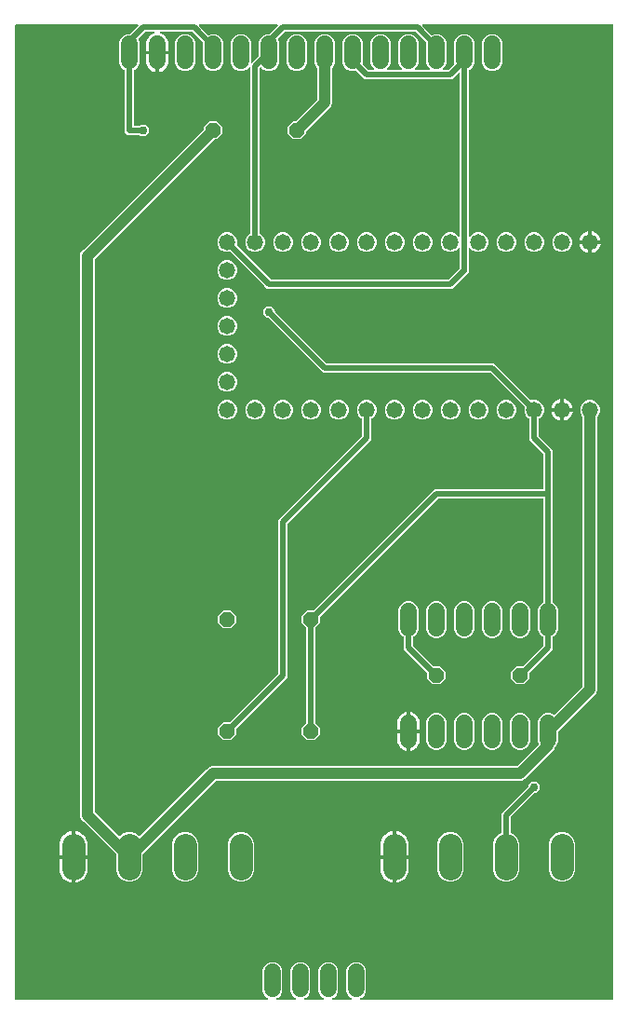
<source format=gbr>
G04 EAGLE Gerber RS-274X export*
G75*
%MOMM*%
%FSLAX34Y34*%
%LPD*%
%INBottom Copper*%
%IPPOS*%
%AMOC8*
5,1,8,0,0,1.08239X$1,22.5*%
G01*
%ADD10C,1.524000*%
%ADD11P,1.429621X8X22.500000*%
%ADD12P,1.429621X8X202.500000*%
%ADD13C,2.095500*%
%ADD14C,1.473200*%
%ADD15C,0.508000*%
%ADD16C,0.756400*%
%ADD17C,1.016000*%
%ADD18C,0.406400*%

G36*
X240021Y10176D02*
X240021Y10176D01*
X240118Y10186D01*
X240142Y10196D01*
X240168Y10200D01*
X240253Y10246D01*
X240343Y10286D01*
X240362Y10303D01*
X240385Y10316D01*
X240452Y10386D01*
X240524Y10452D01*
X240536Y10475D01*
X240554Y10494D01*
X240595Y10582D01*
X240642Y10668D01*
X240647Y10693D01*
X240658Y10717D01*
X240669Y10814D01*
X240686Y10910D01*
X240682Y10936D01*
X240685Y10961D01*
X240664Y11057D01*
X240650Y11153D01*
X240638Y11176D01*
X240633Y11202D01*
X240583Y11285D01*
X240539Y11372D01*
X240520Y11391D01*
X240507Y11413D01*
X240433Y11476D01*
X240363Y11544D01*
X240335Y11560D01*
X240320Y11573D01*
X240289Y11585D01*
X240216Y11625D01*
X239168Y12059D01*
X236595Y14632D01*
X235203Y17993D01*
X235203Y36871D01*
X236595Y40232D01*
X239168Y42805D01*
X242529Y44197D01*
X246167Y44197D01*
X249528Y42805D01*
X252101Y40232D01*
X253493Y36871D01*
X253493Y17993D01*
X252101Y14632D01*
X249528Y12059D01*
X248480Y11625D01*
X248397Y11574D01*
X248311Y11528D01*
X248293Y11510D01*
X248271Y11496D01*
X248209Y11420D01*
X248142Y11350D01*
X248131Y11326D01*
X248114Y11306D01*
X248079Y11215D01*
X248038Y11127D01*
X248035Y11101D01*
X248026Y11077D01*
X248022Y10979D01*
X248011Y10883D01*
X248016Y10857D01*
X248015Y10831D01*
X248042Y10737D01*
X248063Y10642D01*
X248077Y10620D01*
X248084Y10595D01*
X248139Y10515D01*
X248189Y10431D01*
X248209Y10414D01*
X248224Y10393D01*
X248302Y10334D01*
X248376Y10271D01*
X248401Y10261D01*
X248422Y10246D01*
X248514Y10216D01*
X248604Y10179D01*
X248637Y10176D01*
X248655Y10170D01*
X248688Y10170D01*
X248771Y10161D01*
X265325Y10161D01*
X265421Y10176D01*
X265518Y10186D01*
X265542Y10196D01*
X265568Y10200D01*
X265653Y10246D01*
X265743Y10286D01*
X265762Y10303D01*
X265785Y10316D01*
X265852Y10386D01*
X265924Y10452D01*
X265936Y10475D01*
X265954Y10494D01*
X265995Y10582D01*
X266042Y10668D01*
X266047Y10693D01*
X266058Y10717D01*
X266069Y10814D01*
X266086Y10910D01*
X266082Y10936D01*
X266085Y10961D01*
X266064Y11057D01*
X266050Y11153D01*
X266038Y11176D01*
X266033Y11202D01*
X265983Y11285D01*
X265939Y11372D01*
X265920Y11391D01*
X265907Y11413D01*
X265833Y11476D01*
X265763Y11544D01*
X265735Y11560D01*
X265720Y11573D01*
X265689Y11585D01*
X265616Y11625D01*
X264568Y12059D01*
X261995Y14632D01*
X260603Y17993D01*
X260603Y36871D01*
X261995Y40232D01*
X264568Y42805D01*
X267929Y44197D01*
X271567Y44197D01*
X274928Y42805D01*
X277501Y40232D01*
X278893Y36871D01*
X278893Y17993D01*
X277501Y14632D01*
X274928Y12059D01*
X273880Y11625D01*
X273797Y11574D01*
X273711Y11528D01*
X273693Y11510D01*
X273671Y11496D01*
X273609Y11420D01*
X273542Y11350D01*
X273531Y11326D01*
X273514Y11306D01*
X273479Y11215D01*
X273438Y11127D01*
X273435Y11101D01*
X273426Y11077D01*
X273422Y10979D01*
X273411Y10883D01*
X273416Y10857D01*
X273415Y10831D01*
X273442Y10737D01*
X273463Y10642D01*
X273477Y10620D01*
X273484Y10595D01*
X273539Y10515D01*
X273589Y10431D01*
X273609Y10414D01*
X273624Y10393D01*
X273702Y10334D01*
X273776Y10271D01*
X273801Y10261D01*
X273822Y10246D01*
X273914Y10216D01*
X274004Y10179D01*
X274037Y10176D01*
X274055Y10170D01*
X274088Y10170D01*
X274171Y10161D01*
X290725Y10161D01*
X290821Y10176D01*
X290918Y10186D01*
X290942Y10196D01*
X290968Y10200D01*
X291053Y10246D01*
X291143Y10286D01*
X291162Y10303D01*
X291185Y10316D01*
X291252Y10386D01*
X291324Y10452D01*
X291336Y10475D01*
X291354Y10494D01*
X291395Y10582D01*
X291442Y10668D01*
X291447Y10693D01*
X291458Y10717D01*
X291469Y10814D01*
X291486Y10910D01*
X291482Y10936D01*
X291485Y10961D01*
X291464Y11057D01*
X291450Y11153D01*
X291438Y11176D01*
X291433Y11202D01*
X291383Y11285D01*
X291339Y11372D01*
X291320Y11391D01*
X291307Y11413D01*
X291233Y11476D01*
X291163Y11544D01*
X291135Y11560D01*
X291120Y11573D01*
X291089Y11585D01*
X291016Y11625D01*
X289968Y12059D01*
X287395Y14632D01*
X286003Y17993D01*
X286003Y36871D01*
X287395Y40232D01*
X289968Y42805D01*
X293329Y44197D01*
X296967Y44197D01*
X300328Y42805D01*
X302901Y40232D01*
X304293Y36871D01*
X304293Y17993D01*
X302901Y14632D01*
X300328Y12059D01*
X299280Y11625D01*
X299197Y11574D01*
X299111Y11528D01*
X299093Y11510D01*
X299071Y11496D01*
X299009Y11420D01*
X298942Y11350D01*
X298931Y11326D01*
X298914Y11306D01*
X298879Y11215D01*
X298838Y11127D01*
X298835Y11101D01*
X298826Y11077D01*
X298822Y10979D01*
X298811Y10883D01*
X298816Y10857D01*
X298815Y10831D01*
X298842Y10737D01*
X298863Y10642D01*
X298877Y10620D01*
X298884Y10595D01*
X298939Y10515D01*
X298989Y10431D01*
X299009Y10414D01*
X299024Y10393D01*
X299102Y10334D01*
X299176Y10271D01*
X299201Y10261D01*
X299222Y10246D01*
X299314Y10216D01*
X299404Y10179D01*
X299437Y10176D01*
X299455Y10170D01*
X299488Y10170D01*
X299571Y10161D01*
X316125Y10161D01*
X316221Y10176D01*
X316318Y10186D01*
X316342Y10196D01*
X316368Y10200D01*
X316453Y10246D01*
X316543Y10286D01*
X316562Y10303D01*
X316585Y10316D01*
X316652Y10386D01*
X316724Y10452D01*
X316736Y10475D01*
X316754Y10494D01*
X316795Y10582D01*
X316842Y10668D01*
X316847Y10693D01*
X316858Y10717D01*
X316869Y10814D01*
X316886Y10910D01*
X316882Y10936D01*
X316885Y10961D01*
X316864Y11057D01*
X316850Y11153D01*
X316838Y11176D01*
X316833Y11202D01*
X316783Y11285D01*
X316739Y11372D01*
X316720Y11391D01*
X316707Y11413D01*
X316633Y11476D01*
X316563Y11544D01*
X316535Y11560D01*
X316520Y11573D01*
X316489Y11585D01*
X316416Y11625D01*
X315368Y12059D01*
X312795Y14632D01*
X311403Y17993D01*
X311403Y36871D01*
X312795Y40232D01*
X315368Y42805D01*
X318729Y44197D01*
X322367Y44197D01*
X325728Y42805D01*
X328301Y40232D01*
X329693Y36871D01*
X329693Y17993D01*
X328301Y14632D01*
X325728Y12059D01*
X324680Y11625D01*
X324597Y11574D01*
X324511Y11528D01*
X324493Y11510D01*
X324471Y11496D01*
X324409Y11420D01*
X324342Y11350D01*
X324331Y11326D01*
X324314Y11306D01*
X324279Y11215D01*
X324238Y11127D01*
X324235Y11101D01*
X324226Y11077D01*
X324222Y10979D01*
X324211Y10883D01*
X324216Y10857D01*
X324215Y10831D01*
X324242Y10737D01*
X324263Y10642D01*
X324277Y10620D01*
X324284Y10595D01*
X324339Y10515D01*
X324389Y10431D01*
X324409Y10414D01*
X324424Y10393D01*
X324502Y10334D01*
X324576Y10271D01*
X324601Y10261D01*
X324622Y10246D01*
X324714Y10216D01*
X324804Y10179D01*
X324837Y10176D01*
X324855Y10170D01*
X324888Y10170D01*
X324971Y10161D01*
X553974Y10161D01*
X553994Y10164D01*
X554013Y10162D01*
X554115Y10184D01*
X554217Y10200D01*
X554234Y10210D01*
X554254Y10214D01*
X554343Y10267D01*
X554434Y10316D01*
X554448Y10330D01*
X554465Y10340D01*
X554532Y10419D01*
X554604Y10494D01*
X554612Y10512D01*
X554625Y10527D01*
X554664Y10623D01*
X554707Y10717D01*
X554709Y10737D01*
X554717Y10755D01*
X554735Y10922D01*
X554735Y895350D01*
X554732Y895370D01*
X554734Y895389D01*
X554712Y895491D01*
X554696Y895593D01*
X554686Y895610D01*
X554682Y895630D01*
X554629Y895719D01*
X554580Y895810D01*
X554566Y895824D01*
X554556Y895841D01*
X554477Y895908D01*
X554402Y895980D01*
X554384Y895988D01*
X554369Y896001D01*
X554273Y896040D01*
X554179Y896083D01*
X554159Y896085D01*
X554141Y896093D01*
X553974Y896111D01*
X381475Y896111D01*
X381404Y896100D01*
X381332Y896098D01*
X381283Y896080D01*
X381232Y896072D01*
X381169Y896038D01*
X381101Y896013D01*
X381061Y895981D01*
X381015Y895956D01*
X380965Y895905D01*
X380909Y895860D01*
X380881Y895816D01*
X380845Y895778D01*
X380815Y895713D01*
X380776Y895653D01*
X380764Y895602D01*
X380742Y895555D01*
X380734Y895484D01*
X380716Y895414D01*
X380720Y895362D01*
X380715Y895311D01*
X380730Y895240D01*
X380736Y895169D01*
X380756Y895121D01*
X380767Y895070D01*
X380804Y895009D01*
X380832Y894943D01*
X380877Y894887D01*
X380893Y894859D01*
X380911Y894844D01*
X380937Y894812D01*
X388969Y886779D01*
X389064Y886711D01*
X389158Y886641D01*
X389164Y886639D01*
X389169Y886636D01*
X389280Y886602D01*
X389392Y886565D01*
X389398Y886565D01*
X389404Y886563D01*
X389521Y886566D01*
X389638Y886567D01*
X389645Y886570D01*
X389650Y886570D01*
X389667Y886576D01*
X389799Y886614D01*
X391881Y887477D01*
X395519Y887477D01*
X398880Y886085D01*
X401453Y883512D01*
X402845Y880151D01*
X402845Y861273D01*
X401453Y857912D01*
X399805Y856264D01*
X399763Y856206D01*
X399714Y856154D01*
X399692Y856107D01*
X399661Y856065D01*
X399640Y855996D01*
X399610Y855931D01*
X399604Y855879D01*
X399589Y855829D01*
X399591Y855758D01*
X399583Y855687D01*
X399594Y855636D01*
X399595Y855584D01*
X399620Y855516D01*
X399635Y855446D01*
X399662Y855401D01*
X399680Y855353D01*
X399725Y855297D01*
X399761Y855235D01*
X399801Y855201D01*
X399833Y855161D01*
X399894Y855122D01*
X399948Y855075D01*
X399997Y855056D01*
X400040Y855028D01*
X400110Y855010D01*
X400176Y854983D01*
X400248Y854975D01*
X400279Y854967D01*
X400302Y854969D01*
X400343Y854965D01*
X404401Y854965D01*
X404491Y854979D01*
X404582Y854987D01*
X404612Y854999D01*
X404644Y855004D01*
X404724Y855047D01*
X404808Y855083D01*
X404840Y855109D01*
X404861Y855120D01*
X404883Y855143D01*
X404939Y855188D01*
X409909Y860157D01*
X409977Y860252D01*
X410047Y860346D01*
X410049Y860352D01*
X410052Y860357D01*
X410087Y860468D01*
X410123Y860580D01*
X410123Y860586D01*
X410125Y860592D01*
X410122Y860709D01*
X410121Y860826D01*
X410118Y860833D01*
X410118Y860838D01*
X410112Y860855D01*
X410074Y860987D01*
X409955Y861273D01*
X409955Y880151D01*
X411347Y883512D01*
X413920Y886085D01*
X417281Y887477D01*
X420919Y887477D01*
X424280Y886085D01*
X426853Y883512D01*
X428245Y880151D01*
X428245Y861273D01*
X426853Y857912D01*
X424280Y855339D01*
X423635Y855072D01*
X423535Y855011D01*
X423435Y854951D01*
X423431Y854946D01*
X423426Y854943D01*
X423351Y854852D01*
X423275Y854764D01*
X423273Y854758D01*
X423269Y854753D01*
X423227Y854645D01*
X423183Y854536D01*
X423182Y854528D01*
X423181Y854523D01*
X423180Y854505D01*
X423165Y854369D01*
X423165Y704276D01*
X423176Y704205D01*
X423178Y704133D01*
X423196Y704085D01*
X423204Y704033D01*
X423238Y703970D01*
X423263Y703902D01*
X423295Y703862D01*
X423320Y703816D01*
X423372Y703766D01*
X423416Y703710D01*
X423460Y703682D01*
X423498Y703646D01*
X423563Y703616D01*
X423623Y703577D01*
X423674Y703565D01*
X423721Y703543D01*
X423792Y703535D01*
X423862Y703517D01*
X423914Y703521D01*
X423965Y703516D01*
X424036Y703531D01*
X424107Y703537D01*
X424155Y703557D01*
X424206Y703568D01*
X424267Y703605D01*
X424333Y703633D01*
X424389Y703678D01*
X424417Y703694D01*
X424432Y703712D01*
X424464Y703738D01*
X426764Y706037D01*
X430032Y707391D01*
X433568Y707391D01*
X436836Y706037D01*
X439337Y703536D01*
X440691Y700268D01*
X440691Y696732D01*
X439337Y693464D01*
X436836Y690963D01*
X433568Y689609D01*
X430032Y689609D01*
X426764Y690963D01*
X424464Y693262D01*
X424406Y693304D01*
X424354Y693354D01*
X424307Y693376D01*
X424265Y693406D01*
X424196Y693427D01*
X424131Y693457D01*
X424079Y693463D01*
X424029Y693478D01*
X423958Y693476D01*
X423887Y693484D01*
X423836Y693473D01*
X423784Y693472D01*
X423716Y693447D01*
X423646Y693432D01*
X423601Y693405D01*
X423553Y693387D01*
X423497Y693343D01*
X423435Y693306D01*
X423401Y693266D01*
X423361Y693234D01*
X423322Y693173D01*
X423275Y693119D01*
X423256Y693071D01*
X423228Y693027D01*
X423210Y692957D01*
X423183Y692891D01*
X423175Y692819D01*
X423167Y692788D01*
X423169Y692765D01*
X423165Y692724D01*
X423165Y671416D01*
X408084Y656335D01*
X239616Y656335D01*
X237012Y658939D01*
X206300Y689652D01*
X206206Y689719D01*
X206111Y689790D01*
X206105Y689792D01*
X206100Y689796D01*
X205989Y689830D01*
X205877Y689866D01*
X205871Y689866D01*
X205865Y689868D01*
X205748Y689865D01*
X205631Y689864D01*
X205624Y689862D01*
X205619Y689862D01*
X205601Y689855D01*
X205470Y689817D01*
X204969Y689609D01*
X201432Y689609D01*
X198164Y690963D01*
X195663Y693464D01*
X194309Y696732D01*
X194309Y700268D01*
X195663Y703536D01*
X198164Y706037D01*
X201432Y707391D01*
X204968Y707391D01*
X208236Y706037D01*
X210737Y703536D01*
X212091Y700268D01*
X212091Y696731D01*
X211883Y696230D01*
X211856Y696117D01*
X211828Y696003D01*
X211828Y695997D01*
X211827Y695991D01*
X211838Y695874D01*
X211847Y695758D01*
X211849Y695752D01*
X211850Y695746D01*
X211898Y695638D01*
X211943Y695531D01*
X211948Y695526D01*
X211950Y695521D01*
X211963Y695507D01*
X212048Y695400D01*
X242761Y664688D01*
X242835Y664635D01*
X242904Y664575D01*
X242934Y664563D01*
X242960Y664544D01*
X243047Y664517D01*
X243132Y664483D01*
X243173Y664479D01*
X243195Y664472D01*
X243228Y664473D01*
X243299Y664465D01*
X404401Y664465D01*
X404491Y664479D01*
X404582Y664487D01*
X404612Y664499D01*
X404644Y664504D01*
X404724Y664547D01*
X404808Y664583D01*
X404840Y664609D01*
X404861Y664620D01*
X404883Y664643D01*
X404939Y664688D01*
X414812Y674561D01*
X414865Y674635D01*
X414925Y674704D01*
X414937Y674734D01*
X414956Y674760D01*
X414983Y674847D01*
X415017Y674932D01*
X415021Y674973D01*
X415028Y674996D01*
X415027Y675028D01*
X415035Y675099D01*
X415035Y692724D01*
X415024Y692795D01*
X415022Y692867D01*
X415004Y692915D01*
X414996Y692967D01*
X414962Y693030D01*
X414937Y693098D01*
X414905Y693138D01*
X414880Y693184D01*
X414828Y693234D01*
X414784Y693290D01*
X414740Y693318D01*
X414702Y693354D01*
X414637Y693384D01*
X414577Y693423D01*
X414526Y693435D01*
X414479Y693457D01*
X414408Y693465D01*
X414338Y693483D01*
X414286Y693479D01*
X414235Y693484D01*
X414164Y693469D01*
X414093Y693463D01*
X414045Y693443D01*
X413994Y693432D01*
X413933Y693395D01*
X413867Y693367D01*
X413811Y693322D01*
X413783Y693306D01*
X413768Y693288D01*
X413736Y693262D01*
X411436Y690963D01*
X408168Y689609D01*
X404632Y689609D01*
X401364Y690963D01*
X398863Y693464D01*
X397509Y696732D01*
X397509Y700268D01*
X398863Y703536D01*
X401364Y706037D01*
X404632Y707391D01*
X408168Y707391D01*
X411436Y706037D01*
X413736Y703738D01*
X413794Y703696D01*
X413846Y703646D01*
X413893Y703624D01*
X413935Y703594D01*
X414004Y703573D01*
X414069Y703543D01*
X414121Y703537D01*
X414171Y703522D01*
X414242Y703524D01*
X414313Y703516D01*
X414364Y703527D01*
X414416Y703528D01*
X414484Y703553D01*
X414554Y703568D01*
X414599Y703595D01*
X414647Y703613D01*
X414703Y703657D01*
X414765Y703694D01*
X414799Y703734D01*
X414839Y703766D01*
X414878Y703827D01*
X414925Y703881D01*
X414944Y703929D01*
X414972Y703973D01*
X414990Y704043D01*
X415017Y704109D01*
X415025Y704181D01*
X415033Y704212D01*
X415031Y704235D01*
X415035Y704276D01*
X415035Y851949D01*
X415024Y852020D01*
X415022Y852092D01*
X415004Y852140D01*
X414996Y852192D01*
X414962Y852255D01*
X414937Y852323D01*
X414905Y852363D01*
X414880Y852409D01*
X414828Y852459D01*
X414784Y852515D01*
X414740Y852543D01*
X414702Y852579D01*
X414637Y852609D01*
X414577Y852648D01*
X414526Y852660D01*
X414479Y852682D01*
X414408Y852690D01*
X414338Y852708D01*
X414286Y852704D01*
X414235Y852709D01*
X414164Y852694D01*
X414093Y852688D01*
X414045Y852668D01*
X413994Y852657D01*
X413933Y852620D01*
X413867Y852592D01*
X413811Y852547D01*
X413783Y852531D01*
X413768Y852513D01*
X413736Y852487D01*
X410688Y849439D01*
X408084Y846835D01*
X328516Y846835D01*
X321153Y854198D01*
X321058Y854267D01*
X320965Y854336D01*
X320959Y854338D01*
X320954Y854342D01*
X320842Y854376D01*
X320731Y854413D01*
X320724Y854412D01*
X320718Y854414D01*
X320602Y854411D01*
X320485Y854410D01*
X320478Y854408D01*
X320473Y854408D01*
X320455Y854402D01*
X320324Y854363D01*
X319319Y853947D01*
X315681Y853947D01*
X312320Y855339D01*
X309747Y857912D01*
X308355Y861273D01*
X308355Y880151D01*
X309747Y883512D01*
X312320Y886085D01*
X315681Y887477D01*
X319319Y887477D01*
X322680Y886085D01*
X325253Y883512D01*
X326645Y880151D01*
X326645Y861273D01*
X326526Y860987D01*
X326499Y860873D01*
X326471Y860760D01*
X326471Y860753D01*
X326470Y860747D01*
X326481Y860631D01*
X326490Y860514D01*
X326493Y860509D01*
X326493Y860502D01*
X326541Y860395D01*
X326586Y860288D01*
X326591Y860282D01*
X326593Y860278D01*
X326606Y860264D01*
X326691Y860157D01*
X331661Y855188D01*
X331735Y855135D01*
X331804Y855075D01*
X331834Y855063D01*
X331860Y855044D01*
X331947Y855017D01*
X332032Y854983D01*
X332073Y854979D01*
X332096Y854972D01*
X332128Y854973D01*
X332199Y854965D01*
X336257Y854965D01*
X336328Y854976D01*
X336399Y854978D01*
X336448Y854996D01*
X336500Y855004D01*
X336563Y855038D01*
X336630Y855063D01*
X336671Y855095D01*
X336717Y855120D01*
X336766Y855172D01*
X336822Y855216D01*
X336851Y855260D01*
X336886Y855298D01*
X336917Y855363D01*
X336955Y855423D01*
X336968Y855474D01*
X336990Y855521D01*
X336998Y855592D01*
X337015Y855662D01*
X337011Y855714D01*
X337017Y855765D01*
X337002Y855836D01*
X336996Y855907D01*
X336976Y855955D01*
X336965Y856006D01*
X336928Y856067D01*
X336900Y856133D01*
X336855Y856189D01*
X336839Y856217D01*
X336821Y856232D01*
X336795Y856264D01*
X335147Y857912D01*
X333755Y861273D01*
X333755Y880151D01*
X335147Y883512D01*
X337720Y886085D01*
X341081Y887477D01*
X344719Y887477D01*
X348080Y886085D01*
X350653Y883512D01*
X352045Y880151D01*
X352045Y861273D01*
X350653Y857912D01*
X349005Y856264D01*
X348963Y856206D01*
X348914Y856154D01*
X348892Y856107D01*
X348861Y856065D01*
X348840Y855996D01*
X348810Y855931D01*
X348804Y855879D01*
X348789Y855829D01*
X348791Y855758D01*
X348783Y855687D01*
X348794Y855636D01*
X348795Y855584D01*
X348820Y855516D01*
X348835Y855446D01*
X348862Y855401D01*
X348880Y855353D01*
X348925Y855297D01*
X348961Y855235D01*
X349001Y855201D01*
X349033Y855161D01*
X349094Y855122D01*
X349148Y855075D01*
X349197Y855056D01*
X349240Y855028D01*
X349310Y855010D01*
X349376Y854983D01*
X349448Y854975D01*
X349479Y854967D01*
X349502Y854969D01*
X349543Y854965D01*
X361657Y854965D01*
X361728Y854976D01*
X361799Y854978D01*
X361848Y854996D01*
X361900Y855004D01*
X361963Y855038D01*
X362030Y855063D01*
X362071Y855095D01*
X362117Y855120D01*
X362166Y855172D01*
X362222Y855216D01*
X362251Y855260D01*
X362286Y855298D01*
X362317Y855363D01*
X362355Y855423D01*
X362368Y855474D01*
X362390Y855521D01*
X362398Y855592D01*
X362415Y855662D01*
X362411Y855714D01*
X362417Y855765D01*
X362402Y855836D01*
X362396Y855907D01*
X362376Y855955D01*
X362365Y856006D01*
X362328Y856067D01*
X362300Y856133D01*
X362255Y856189D01*
X362239Y856217D01*
X362221Y856232D01*
X362195Y856264D01*
X360547Y857912D01*
X359155Y861273D01*
X359155Y880151D01*
X360547Y883512D01*
X363120Y886085D01*
X366481Y887477D01*
X370119Y887477D01*
X373480Y886085D01*
X376053Y883512D01*
X377445Y880151D01*
X377445Y861273D01*
X376053Y857912D01*
X374405Y856264D01*
X374363Y856206D01*
X374314Y856154D01*
X374292Y856107D01*
X374261Y856065D01*
X374240Y855996D01*
X374210Y855931D01*
X374204Y855879D01*
X374189Y855829D01*
X374191Y855758D01*
X374183Y855687D01*
X374194Y855636D01*
X374195Y855584D01*
X374220Y855516D01*
X374235Y855446D01*
X374262Y855401D01*
X374280Y855353D01*
X374325Y855297D01*
X374361Y855235D01*
X374401Y855201D01*
X374433Y855161D01*
X374494Y855122D01*
X374548Y855075D01*
X374597Y855056D01*
X374640Y855028D01*
X374710Y855010D01*
X374776Y854983D01*
X374848Y854975D01*
X374879Y854967D01*
X374902Y854969D01*
X374943Y854965D01*
X387057Y854965D01*
X387128Y854976D01*
X387199Y854978D01*
X387248Y854996D01*
X387300Y855004D01*
X387363Y855038D01*
X387430Y855063D01*
X387471Y855095D01*
X387517Y855120D01*
X387566Y855172D01*
X387622Y855216D01*
X387651Y855260D01*
X387686Y855298D01*
X387717Y855363D01*
X387755Y855423D01*
X387768Y855474D01*
X387790Y855521D01*
X387798Y855592D01*
X387815Y855662D01*
X387811Y855714D01*
X387817Y855765D01*
X387802Y855836D01*
X387796Y855907D01*
X387776Y855955D01*
X387765Y856006D01*
X387728Y856067D01*
X387700Y856133D01*
X387655Y856189D01*
X387639Y856217D01*
X387621Y856232D01*
X387595Y856264D01*
X385947Y857912D01*
X384555Y861273D01*
X384555Y879381D01*
X384541Y879471D01*
X384533Y879562D01*
X384521Y879592D01*
X384516Y879624D01*
X384473Y879704D01*
X384437Y879788D01*
X384411Y879820D01*
X384400Y879841D01*
X384377Y879863D01*
X384332Y879919D01*
X374967Y889284D01*
X374893Y889337D01*
X374824Y889397D01*
X374794Y889409D01*
X374768Y889428D01*
X374681Y889455D01*
X374596Y889489D01*
X374555Y889493D01*
X374532Y889500D01*
X374500Y889499D01*
X374429Y889507D01*
X255999Y889507D01*
X255909Y889493D01*
X255818Y889485D01*
X255788Y889473D01*
X255756Y889468D01*
X255676Y889425D01*
X255592Y889389D01*
X255560Y889363D01*
X255539Y889352D01*
X255517Y889329D01*
X255461Y889284D01*
X249598Y883422D01*
X249531Y883328D01*
X249461Y883233D01*
X249459Y883227D01*
X249455Y883222D01*
X249421Y883111D01*
X249384Y883000D01*
X249384Y882993D01*
X249383Y882987D01*
X249386Y882870D01*
X249387Y882754D01*
X249389Y882746D01*
X249389Y882741D01*
X249395Y882724D01*
X249433Y882592D01*
X250445Y880151D01*
X250445Y861273D01*
X249053Y857912D01*
X246480Y855339D01*
X243119Y853947D01*
X239481Y853947D01*
X236120Y855339D01*
X234436Y857023D01*
X234420Y857035D01*
X234408Y857050D01*
X234321Y857106D01*
X234236Y857167D01*
X234217Y857173D01*
X234201Y857183D01*
X234100Y857209D01*
X234001Y857239D01*
X233981Y857239D01*
X233962Y857243D01*
X233859Y857235D01*
X233755Y857233D01*
X233737Y857226D01*
X233717Y857224D01*
X233622Y857184D01*
X233524Y857148D01*
X233509Y857136D01*
X233491Y857128D01*
X233360Y857023D01*
X232888Y856551D01*
X232834Y856477D01*
X232775Y856408D01*
X232763Y856378D01*
X232744Y856352D01*
X232717Y856264D01*
X232683Y856180D01*
X232679Y856139D01*
X232672Y856116D01*
X232673Y856084D01*
X232665Y856013D01*
X232665Y706948D01*
X232684Y706833D01*
X232701Y706717D01*
X232703Y706712D01*
X232704Y706705D01*
X232759Y706603D01*
X232812Y706498D01*
X232817Y706494D01*
X232820Y706488D01*
X232904Y706408D01*
X232988Y706326D01*
X232994Y706322D01*
X232998Y706319D01*
X233015Y706311D01*
X233135Y706245D01*
X233636Y706037D01*
X236137Y703536D01*
X237491Y700268D01*
X237491Y696732D01*
X236137Y693464D01*
X233636Y690963D01*
X230368Y689609D01*
X226832Y689609D01*
X223564Y690963D01*
X221063Y693464D01*
X219709Y696732D01*
X219709Y700268D01*
X221063Y703536D01*
X223564Y706037D01*
X224065Y706245D01*
X224165Y706306D01*
X224265Y706366D01*
X224269Y706371D01*
X224274Y706375D01*
X224349Y706465D01*
X224425Y706553D01*
X224427Y706559D01*
X224431Y706564D01*
X224473Y706672D01*
X224517Y706782D01*
X224518Y706789D01*
X224519Y706794D01*
X224520Y706812D01*
X224535Y706948D01*
X224535Y856957D01*
X224524Y857028D01*
X224522Y857099D01*
X224504Y857148D01*
X224496Y857200D01*
X224462Y857263D01*
X224437Y857330D01*
X224405Y857371D01*
X224380Y857417D01*
X224328Y857466D01*
X224284Y857522D01*
X224240Y857551D01*
X224202Y857586D01*
X224137Y857617D01*
X224077Y857655D01*
X224026Y857668D01*
X223979Y857690D01*
X223908Y857698D01*
X223838Y857715D01*
X223786Y857711D01*
X223735Y857717D01*
X223664Y857702D01*
X223593Y857696D01*
X223545Y857676D01*
X223494Y857665D01*
X223433Y857628D01*
X223367Y857600D01*
X223311Y857555D01*
X223283Y857539D01*
X223268Y857521D01*
X223236Y857495D01*
X221080Y855339D01*
X217719Y853947D01*
X214081Y853947D01*
X210720Y855339D01*
X208147Y857912D01*
X206755Y861273D01*
X206755Y880151D01*
X208147Y883512D01*
X210720Y886085D01*
X214081Y887477D01*
X217719Y887477D01*
X221080Y886085D01*
X223653Y883512D01*
X225045Y880151D01*
X225045Y862043D01*
X225056Y861972D01*
X225058Y861900D01*
X225076Y861852D01*
X225084Y861800D01*
X225118Y861737D01*
X225143Y861669D01*
X225175Y861629D01*
X225200Y861583D01*
X225252Y861533D01*
X225296Y861477D01*
X225340Y861449D01*
X225378Y861413D01*
X225443Y861383D01*
X225503Y861344D01*
X225554Y861332D01*
X225601Y861310D01*
X225672Y861302D01*
X225742Y861284D01*
X225794Y861288D01*
X225845Y861283D01*
X225916Y861298D01*
X225987Y861304D01*
X226035Y861324D01*
X226086Y861335D01*
X226147Y861372D01*
X226213Y861400D01*
X226269Y861445D01*
X226297Y861461D01*
X226312Y861479D01*
X226344Y861505D01*
X231932Y867093D01*
X231985Y867167D01*
X232045Y867236D01*
X232057Y867266D01*
X232076Y867292D01*
X232103Y867379D01*
X232137Y867464D01*
X232141Y867505D01*
X232148Y867528D01*
X232147Y867560D01*
X232155Y867631D01*
X232155Y880151D01*
X233547Y883512D01*
X236120Y886085D01*
X239481Y887477D01*
X241841Y887477D01*
X241931Y887491D01*
X242022Y887499D01*
X242052Y887511D01*
X242084Y887516D01*
X242164Y887559D01*
X242248Y887595D01*
X242280Y887621D01*
X242301Y887632D01*
X242323Y887655D01*
X242379Y887700D01*
X249491Y894812D01*
X249533Y894870D01*
X249583Y894922D01*
X249605Y894969D01*
X249635Y895011D01*
X249656Y895080D01*
X249686Y895145D01*
X249692Y895197D01*
X249707Y895247D01*
X249705Y895318D01*
X249713Y895389D01*
X249702Y895440D01*
X249701Y895492D01*
X249676Y895560D01*
X249661Y895630D01*
X249634Y895675D01*
X249616Y895723D01*
X249572Y895779D01*
X249535Y895841D01*
X249495Y895875D01*
X249463Y895915D01*
X249402Y895954D01*
X249348Y896001D01*
X249300Y896020D01*
X249256Y896048D01*
X249186Y896066D01*
X249120Y896093D01*
X249048Y896101D01*
X249017Y896109D01*
X248994Y896107D01*
X248953Y896111D01*
X178275Y896111D01*
X178204Y896100D01*
X178132Y896098D01*
X178083Y896080D01*
X178032Y896072D01*
X177969Y896038D01*
X177901Y896013D01*
X177861Y895981D01*
X177815Y895956D01*
X177765Y895905D01*
X177709Y895860D01*
X177681Y895816D01*
X177645Y895778D01*
X177615Y895713D01*
X177576Y895653D01*
X177564Y895602D01*
X177542Y895555D01*
X177534Y895484D01*
X177516Y895414D01*
X177520Y895362D01*
X177515Y895311D01*
X177530Y895240D01*
X177536Y895169D01*
X177556Y895121D01*
X177567Y895070D01*
X177604Y895009D01*
X177632Y894943D01*
X177677Y894887D01*
X177693Y894859D01*
X177711Y894844D01*
X177737Y894812D01*
X185769Y886779D01*
X185864Y886711D01*
X185958Y886641D01*
X185964Y886639D01*
X185969Y886636D01*
X186080Y886602D01*
X186192Y886565D01*
X186198Y886565D01*
X186204Y886563D01*
X186321Y886566D01*
X186438Y886567D01*
X186445Y886570D01*
X186450Y886570D01*
X186467Y886576D01*
X186599Y886614D01*
X188681Y887477D01*
X192319Y887477D01*
X195680Y886085D01*
X198253Y883512D01*
X199645Y880151D01*
X199645Y861273D01*
X198253Y857912D01*
X195680Y855339D01*
X192319Y853947D01*
X188681Y853947D01*
X185320Y855339D01*
X182747Y857912D01*
X181355Y861273D01*
X181355Y879381D01*
X181341Y879471D01*
X181333Y879562D01*
X181321Y879592D01*
X181316Y879624D01*
X181273Y879704D01*
X181237Y879788D01*
X181211Y879820D01*
X181200Y879841D01*
X181177Y879863D01*
X181132Y879919D01*
X171767Y889284D01*
X171693Y889337D01*
X171624Y889397D01*
X171594Y889409D01*
X171568Y889428D01*
X171481Y889455D01*
X171396Y889489D01*
X171355Y889493D01*
X171332Y889500D01*
X171300Y889499D01*
X171229Y889507D01*
X142993Y889507D01*
X142989Y889507D01*
X142985Y889507D01*
X142868Y889487D01*
X142750Y889468D01*
X142747Y889466D01*
X142743Y889465D01*
X142638Y889408D01*
X142533Y889352D01*
X142530Y889350D01*
X142527Y889348D01*
X142446Y889260D01*
X142364Y889174D01*
X142362Y889170D01*
X142359Y889168D01*
X142310Y889059D01*
X142260Y888951D01*
X142260Y888947D01*
X142258Y888943D01*
X142246Y888824D01*
X142233Y888707D01*
X142234Y888703D01*
X142233Y888699D01*
X142260Y888583D01*
X142285Y888466D01*
X142287Y888463D01*
X142288Y888459D01*
X142350Y888358D01*
X142411Y888255D01*
X142414Y888253D01*
X142417Y888249D01*
X142508Y888173D01*
X142598Y888095D01*
X142602Y888094D01*
X142605Y888091D01*
X142758Y888022D01*
X143600Y887748D01*
X145025Y887022D01*
X146319Y886082D01*
X147450Y884951D01*
X148390Y883657D01*
X149116Y882232D01*
X149611Y880711D01*
X149861Y879132D01*
X149861Y872235D01*
X140462Y872235D01*
X140442Y872232D01*
X140423Y872234D01*
X140321Y872212D01*
X140219Y872195D01*
X140202Y872186D01*
X140182Y872182D01*
X140093Y872129D01*
X140002Y872080D01*
X139988Y872066D01*
X139971Y872056D01*
X139904Y871977D01*
X139833Y871902D01*
X139824Y871884D01*
X139811Y871869D01*
X139773Y871773D01*
X139729Y871679D01*
X139727Y871659D01*
X139719Y871641D01*
X139701Y871474D01*
X139701Y870711D01*
X139699Y870711D01*
X139699Y871474D01*
X139696Y871494D01*
X139698Y871513D01*
X139676Y871615D01*
X139659Y871717D01*
X139650Y871734D01*
X139646Y871754D01*
X139593Y871843D01*
X139544Y871934D01*
X139530Y871948D01*
X139520Y871965D01*
X139441Y872032D01*
X139366Y872103D01*
X139348Y872112D01*
X139333Y872125D01*
X139237Y872164D01*
X139143Y872207D01*
X139123Y872209D01*
X139105Y872217D01*
X138938Y872235D01*
X129539Y872235D01*
X129539Y879132D01*
X129789Y880711D01*
X130284Y882232D01*
X131010Y883657D01*
X131950Y884951D01*
X133081Y886082D01*
X134375Y887022D01*
X135800Y887748D01*
X136642Y888022D01*
X136646Y888024D01*
X136650Y888025D01*
X136754Y888080D01*
X136861Y888135D01*
X136863Y888138D01*
X136867Y888140D01*
X136949Y888226D01*
X137032Y888311D01*
X137034Y888315D01*
X137036Y888318D01*
X137086Y888426D01*
X137138Y888533D01*
X137138Y888537D01*
X137140Y888541D01*
X137153Y888658D01*
X137167Y888778D01*
X137167Y888782D01*
X137167Y888785D01*
X137142Y888901D01*
X137118Y889018D01*
X137116Y889022D01*
X137115Y889026D01*
X137054Y889128D01*
X136994Y889231D01*
X136991Y889234D01*
X136989Y889237D01*
X136898Y889315D01*
X136808Y889393D01*
X136805Y889394D01*
X136802Y889397D01*
X136690Y889442D01*
X136581Y889487D01*
X136577Y889487D01*
X136574Y889489D01*
X136407Y889507D01*
X128999Y889507D01*
X128909Y889493D01*
X128818Y889485D01*
X128788Y889473D01*
X128756Y889468D01*
X128676Y889425D01*
X128592Y889389D01*
X128560Y889363D01*
X128539Y889352D01*
X128517Y889329D01*
X128461Y889284D01*
X122598Y883422D01*
X122531Y883328D01*
X122461Y883233D01*
X122459Y883227D01*
X122455Y883222D01*
X122421Y883111D01*
X122384Y883000D01*
X122384Y882993D01*
X122383Y882987D01*
X122386Y882870D01*
X122387Y882754D01*
X122389Y882746D01*
X122389Y882741D01*
X122395Y882724D01*
X122433Y882592D01*
X123445Y880151D01*
X123445Y861273D01*
X122053Y857912D01*
X119480Y855339D01*
X118835Y855072D01*
X118735Y855011D01*
X118635Y854951D01*
X118631Y854946D01*
X118626Y854943D01*
X118551Y854852D01*
X118475Y854764D01*
X118473Y854758D01*
X118469Y854753D01*
X118427Y854645D01*
X118383Y854536D01*
X118382Y854528D01*
X118381Y854523D01*
X118380Y854505D01*
X118365Y854369D01*
X118365Y804926D01*
X118368Y804906D01*
X118366Y804887D01*
X118388Y804785D01*
X118404Y804683D01*
X118414Y804666D01*
X118418Y804646D01*
X118471Y804557D01*
X118520Y804466D01*
X118534Y804452D01*
X118544Y804435D01*
X118623Y804368D01*
X118698Y804296D01*
X118716Y804288D01*
X118731Y804275D01*
X118827Y804236D01*
X118921Y804193D01*
X118941Y804191D01*
X118959Y804183D01*
X119126Y804165D01*
X123245Y804165D01*
X123335Y804179D01*
X123426Y804187D01*
X123455Y804199D01*
X123487Y804204D01*
X123568Y804247D01*
X123652Y804283D01*
X123684Y804309D01*
X123705Y804320D01*
X123727Y804343D01*
X123783Y804388D01*
X124802Y805407D01*
X129198Y805407D01*
X132307Y802298D01*
X132307Y797902D01*
X129198Y794793D01*
X124802Y794793D01*
X123783Y795812D01*
X123709Y795865D01*
X123639Y795925D01*
X123609Y795937D01*
X123583Y795956D01*
X123496Y795983D01*
X123411Y796017D01*
X123370Y796021D01*
X123348Y796028D01*
X123316Y796027D01*
X123245Y796035D01*
X112616Y796035D01*
X110235Y798416D01*
X110235Y854369D01*
X110216Y854484D01*
X110199Y854600D01*
X110197Y854605D01*
X110196Y854612D01*
X110141Y854714D01*
X110088Y854819D01*
X110083Y854823D01*
X110080Y854829D01*
X109996Y854909D01*
X109912Y854991D01*
X109906Y854995D01*
X109902Y854998D01*
X109885Y855006D01*
X109765Y855072D01*
X109120Y855339D01*
X106547Y857912D01*
X105155Y861273D01*
X105155Y880151D01*
X106547Y883512D01*
X109120Y886085D01*
X112481Y887477D01*
X114841Y887477D01*
X114931Y887491D01*
X115022Y887499D01*
X115052Y887511D01*
X115084Y887516D01*
X115164Y887559D01*
X115248Y887595D01*
X115280Y887621D01*
X115301Y887632D01*
X115323Y887655D01*
X115379Y887700D01*
X122491Y894812D01*
X122533Y894870D01*
X122583Y894922D01*
X122605Y894969D01*
X122635Y895011D01*
X122656Y895080D01*
X122686Y895145D01*
X122692Y895197D01*
X122707Y895247D01*
X122705Y895318D01*
X122713Y895389D01*
X122702Y895440D01*
X122701Y895492D01*
X122676Y895560D01*
X122661Y895630D01*
X122634Y895674D01*
X122616Y895723D01*
X122572Y895779D01*
X122535Y895841D01*
X122495Y895875D01*
X122463Y895915D01*
X122402Y895954D01*
X122348Y896001D01*
X122300Y896020D01*
X122256Y896048D01*
X122186Y896066D01*
X122120Y896093D01*
X122048Y896101D01*
X122017Y896109D01*
X121994Y896107D01*
X121953Y896111D01*
X10922Y896111D01*
X10902Y896108D01*
X10883Y896110D01*
X10781Y896088D01*
X10679Y896072D01*
X10662Y896062D01*
X10642Y896058D01*
X10553Y896005D01*
X10462Y895956D01*
X10448Y895942D01*
X10431Y895932D01*
X10364Y895853D01*
X10292Y895778D01*
X10284Y895760D01*
X10271Y895745D01*
X10232Y895649D01*
X10189Y895555D01*
X10187Y895535D01*
X10179Y895517D01*
X10161Y895350D01*
X10161Y10922D01*
X10164Y10902D01*
X10162Y10883D01*
X10184Y10781D01*
X10200Y10679D01*
X10210Y10662D01*
X10214Y10642D01*
X10267Y10553D01*
X10316Y10462D01*
X10330Y10448D01*
X10340Y10431D01*
X10419Y10364D01*
X10494Y10292D01*
X10512Y10284D01*
X10527Y10271D01*
X10623Y10232D01*
X10717Y10189D01*
X10737Y10187D01*
X10755Y10179D01*
X10922Y10161D01*
X239925Y10161D01*
X240021Y10176D01*
G37*
%LPC*%
G36*
X111913Y117220D02*
X111913Y117220D01*
X107501Y119048D01*
X104125Y122424D01*
X102298Y126835D01*
X102298Y142046D01*
X102283Y142137D01*
X102276Y142227D01*
X102263Y142257D01*
X102258Y142289D01*
X102215Y142370D01*
X102180Y142454D01*
X102154Y142486D01*
X102143Y142507D01*
X102120Y142529D01*
X102075Y142585D01*
X72566Y172094D01*
X70601Y174059D01*
X69595Y176486D01*
X69595Y687114D01*
X70601Y689541D01*
X72566Y691506D01*
X182148Y801089D01*
X182201Y801163D01*
X182261Y801232D01*
X182273Y801262D01*
X182292Y801289D01*
X182319Y801375D01*
X182353Y801460D01*
X182357Y801501D01*
X182364Y801524D01*
X182363Y801556D01*
X182371Y801627D01*
X182371Y803467D01*
X187133Y808229D01*
X193867Y808229D01*
X198629Y803467D01*
X198629Y796733D01*
X193867Y791971D01*
X192027Y791971D01*
X191937Y791957D01*
X191846Y791949D01*
X191816Y791937D01*
X191784Y791932D01*
X191704Y791889D01*
X191620Y791853D01*
X191588Y791827D01*
X191567Y791816D01*
X191561Y791810D01*
X191560Y791810D01*
X191543Y791792D01*
X191489Y791748D01*
X83028Y683287D01*
X82975Y683213D01*
X82915Y683144D01*
X82903Y683114D01*
X82884Y683087D01*
X82857Y683000D01*
X82823Y682916D01*
X82819Y682875D01*
X82812Y682852D01*
X82813Y682820D01*
X82805Y682749D01*
X82805Y180851D01*
X82819Y180761D01*
X82827Y180670D01*
X82839Y180640D01*
X82844Y180608D01*
X82887Y180528D01*
X82923Y180444D01*
X82949Y180412D01*
X82960Y180391D01*
X82983Y180369D01*
X83028Y180313D01*
X104706Y158634D01*
X104723Y158623D01*
X104735Y158607D01*
X104822Y158551D01*
X104906Y158491D01*
X104925Y158485D01*
X104942Y158474D01*
X105042Y158449D01*
X105141Y158418D01*
X105161Y158419D01*
X105180Y158414D01*
X105283Y158422D01*
X105387Y158425D01*
X105406Y158431D01*
X105426Y158433D01*
X105521Y158473D01*
X105618Y158509D01*
X105634Y158522D01*
X105652Y158529D01*
X105783Y158634D01*
X107501Y160352D01*
X111913Y162180D01*
X116687Y162180D01*
X121099Y160352D01*
X122817Y158634D01*
X122833Y158623D01*
X122846Y158607D01*
X122933Y158551D01*
X123017Y158491D01*
X123036Y158485D01*
X123053Y158474D01*
X123153Y158449D01*
X123252Y158418D01*
X123272Y158419D01*
X123291Y158414D01*
X123394Y158422D01*
X123498Y158425D01*
X123517Y158431D01*
X123536Y158433D01*
X123631Y158473D01*
X123729Y158509D01*
X123744Y158522D01*
X123763Y158529D01*
X123894Y158634D01*
X184794Y219534D01*
X186759Y221499D01*
X189186Y222505D01*
X466849Y222505D01*
X466939Y222519D01*
X467030Y222527D01*
X467060Y222539D01*
X467092Y222544D01*
X467172Y222587D01*
X467256Y222623D01*
X467288Y222649D01*
X467309Y222660D01*
X467331Y222683D01*
X467387Y222728D01*
X486693Y242034D01*
X486761Y242128D01*
X486831Y242223D01*
X486833Y242229D01*
X486837Y242234D01*
X486871Y242344D01*
X486908Y242456D01*
X486907Y242463D01*
X486909Y242469D01*
X486906Y242585D01*
X486905Y242702D01*
X486903Y242710D01*
X486903Y242715D01*
X486897Y242732D01*
X486858Y242863D01*
X486155Y244561D01*
X486155Y263439D01*
X487547Y266800D01*
X490120Y269373D01*
X493481Y270765D01*
X497119Y270765D01*
X500613Y269318D01*
X500726Y269291D01*
X500840Y269262D01*
X500846Y269263D01*
X500852Y269261D01*
X500969Y269272D01*
X501085Y269282D01*
X501091Y269284D01*
X501097Y269285D01*
X501204Y269332D01*
X501311Y269378D01*
X501317Y269383D01*
X501322Y269385D01*
X501335Y269397D01*
X501442Y269483D01*
X526572Y294613D01*
X526625Y294687D01*
X526685Y294756D01*
X526697Y294786D01*
X526716Y294813D01*
X526743Y294900D01*
X526777Y294984D01*
X526781Y295025D01*
X526788Y295048D01*
X526787Y295080D01*
X526795Y295151D01*
X526795Y539816D01*
X526781Y539906D01*
X526773Y539997D01*
X526761Y540027D01*
X526756Y540059D01*
X526713Y540139D01*
X526677Y540223D01*
X526651Y540255D01*
X526640Y540276D01*
X526617Y540298D01*
X526572Y540354D01*
X525863Y541064D01*
X524509Y544332D01*
X524509Y547868D01*
X525863Y551136D01*
X528364Y553637D01*
X531632Y554991D01*
X535168Y554991D01*
X538436Y553637D01*
X540937Y551136D01*
X542291Y547868D01*
X542291Y544332D01*
X540937Y541064D01*
X540228Y540354D01*
X540175Y540280D01*
X540115Y540211D01*
X540103Y540181D01*
X540084Y540155D01*
X540057Y540068D01*
X540023Y539983D01*
X540019Y539942D01*
X540012Y539919D01*
X540013Y539887D01*
X540005Y539816D01*
X540005Y290786D01*
X538999Y288359D01*
X504668Y254027D01*
X504615Y253953D01*
X504555Y253884D01*
X504543Y253854D01*
X504524Y253827D01*
X504497Y253740D01*
X504463Y253656D01*
X504459Y253615D01*
X504452Y253592D01*
X504453Y253560D01*
X504445Y253489D01*
X504445Y244561D01*
X503053Y241200D01*
X502058Y240206D01*
X502020Y240153D01*
X501974Y240106D01*
X501934Y240033D01*
X501915Y240006D01*
X501909Y239988D01*
X501893Y239959D01*
X500899Y237559D01*
X473641Y210301D01*
X471214Y209295D01*
X193551Y209295D01*
X193461Y209281D01*
X193370Y209273D01*
X193340Y209261D01*
X193308Y209256D01*
X193228Y209213D01*
X193144Y209177D01*
X193112Y209151D01*
X193091Y209140D01*
X193069Y209117D01*
X193013Y209072D01*
X126525Y142585D01*
X126472Y142511D01*
X126413Y142441D01*
X126400Y142411D01*
X126382Y142385D01*
X126355Y142298D01*
X126321Y142213D01*
X126316Y142172D01*
X126309Y142150D01*
X126310Y142118D01*
X126302Y142046D01*
X126302Y126835D01*
X124475Y122424D01*
X121099Y119048D01*
X116687Y117220D01*
X111913Y117220D01*
G37*
%LPD*%
%LPC*%
G36*
X276033Y245871D02*
X276033Y245871D01*
X271271Y250633D01*
X271271Y257367D01*
X275112Y261208D01*
X275165Y261282D01*
X275225Y261351D01*
X275237Y261382D01*
X275256Y261408D01*
X275283Y261495D01*
X275317Y261580D01*
X275321Y261621D01*
X275328Y261643D01*
X275327Y261675D01*
X275335Y261746D01*
X275335Y347854D01*
X275321Y347944D01*
X275313Y348035D01*
X275301Y348064D01*
X275296Y348096D01*
X275253Y348177D01*
X275217Y348261D01*
X275191Y348293D01*
X275180Y348314D01*
X275157Y348336D01*
X275112Y348392D01*
X271271Y352233D01*
X271271Y358967D01*
X276033Y363729D01*
X281465Y363729D01*
X281555Y363743D01*
X281646Y363751D01*
X281676Y363763D01*
X281708Y363768D01*
X281788Y363811D01*
X281872Y363847D01*
X281904Y363873D01*
X281925Y363884D01*
X281947Y363907D01*
X282003Y363952D01*
X389412Y471361D01*
X392016Y473965D01*
X490474Y473965D01*
X490494Y473968D01*
X490513Y473966D01*
X490615Y473988D01*
X490717Y474004D01*
X490734Y474014D01*
X490754Y474018D01*
X490843Y474071D01*
X490934Y474120D01*
X490948Y474134D01*
X490965Y474144D01*
X491032Y474223D01*
X491104Y474298D01*
X491112Y474316D01*
X491125Y474331D01*
X491164Y474427D01*
X491207Y474521D01*
X491209Y474541D01*
X491217Y474559D01*
X491235Y474726D01*
X491235Y506001D01*
X491221Y506091D01*
X491213Y506182D01*
X491201Y506212D01*
X491196Y506244D01*
X491153Y506324D01*
X491117Y506408D01*
X491091Y506440D01*
X491080Y506461D01*
X491057Y506483D01*
X491012Y506539D01*
X478535Y519016D01*
X478535Y537652D01*
X478516Y537767D01*
X478499Y537883D01*
X478497Y537888D01*
X478496Y537895D01*
X478441Y537997D01*
X478388Y538102D01*
X478383Y538106D01*
X478380Y538112D01*
X478296Y538192D01*
X478212Y538274D01*
X478206Y538278D01*
X478202Y538281D01*
X478185Y538289D01*
X478065Y538355D01*
X477564Y538563D01*
X475063Y541064D01*
X473709Y544332D01*
X473709Y547868D01*
X473917Y548370D01*
X473944Y548484D01*
X473972Y548597D01*
X473972Y548603D01*
X473973Y548609D01*
X473962Y548725D01*
X473953Y548842D01*
X473951Y548848D01*
X473950Y548854D01*
X473902Y548962D01*
X473857Y549069D01*
X473852Y549074D01*
X473850Y549079D01*
X473837Y549093D01*
X473752Y549200D01*
X443039Y579912D01*
X442965Y579965D01*
X442896Y580025D01*
X442866Y580037D01*
X442840Y580056D01*
X442753Y580083D01*
X442668Y580117D01*
X442627Y580121D01*
X442604Y580128D01*
X442572Y580127D01*
X442501Y580135D01*
X290416Y580135D01*
X241081Y629470D01*
X241007Y629523D01*
X240938Y629583D01*
X240908Y629595D01*
X240882Y629614D01*
X240795Y629641D01*
X240710Y629675D01*
X240669Y629679D01*
X240646Y629686D01*
X240614Y629685D01*
X240543Y629693D01*
X239102Y629693D01*
X235993Y632802D01*
X235993Y637198D01*
X239102Y640307D01*
X243498Y640307D01*
X246607Y637198D01*
X246607Y635757D01*
X246621Y635667D01*
X246629Y635576D01*
X246641Y635546D01*
X246646Y635514D01*
X246689Y635434D01*
X246725Y635350D01*
X246751Y635318D01*
X246762Y635297D01*
X246785Y635275D01*
X246830Y635219D01*
X293561Y588488D01*
X293635Y588435D01*
X293704Y588375D01*
X293734Y588363D01*
X293760Y588344D01*
X293847Y588317D01*
X293932Y588283D01*
X293973Y588279D01*
X293996Y588272D01*
X294028Y588273D01*
X294099Y588265D01*
X446184Y588265D01*
X479500Y554948D01*
X479595Y554880D01*
X479689Y554810D01*
X479695Y554808D01*
X479700Y554804D01*
X479811Y554770D01*
X479923Y554734D01*
X479929Y554734D01*
X479935Y554732D01*
X480052Y554735D01*
X480169Y554736D01*
X480176Y554738D01*
X480181Y554738D01*
X480199Y554745D01*
X480330Y554783D01*
X480832Y554991D01*
X484368Y554991D01*
X487636Y553637D01*
X490137Y551136D01*
X491491Y547868D01*
X491491Y544332D01*
X490137Y541064D01*
X487636Y538563D01*
X487135Y538355D01*
X487035Y538294D01*
X486935Y538234D01*
X486931Y538229D01*
X486926Y538225D01*
X486851Y538135D01*
X486775Y538047D01*
X486773Y538041D01*
X486769Y538036D01*
X486727Y537928D01*
X486683Y537818D01*
X486682Y537811D01*
X486681Y537806D01*
X486680Y537788D01*
X486665Y537652D01*
X486665Y522699D01*
X486679Y522609D01*
X486687Y522518D01*
X486699Y522488D01*
X486704Y522456D01*
X486747Y522376D01*
X486783Y522292D01*
X486809Y522260D01*
X486820Y522239D01*
X486843Y522217D01*
X486888Y522161D01*
X499365Y509684D01*
X499365Y371943D01*
X499384Y371828D01*
X499401Y371712D01*
X499403Y371707D01*
X499404Y371700D01*
X499459Y371598D01*
X499512Y371493D01*
X499517Y371489D01*
X499520Y371483D01*
X499604Y371403D01*
X499688Y371321D01*
X499694Y371317D01*
X499698Y371314D01*
X499715Y371306D01*
X499835Y371240D01*
X500480Y370973D01*
X503053Y368400D01*
X504445Y365039D01*
X504445Y346161D01*
X503053Y342800D01*
X500480Y340227D01*
X499835Y339960D01*
X499735Y339899D01*
X499635Y339839D01*
X499631Y339834D01*
X499626Y339831D01*
X499551Y339740D01*
X499475Y339652D01*
X499473Y339646D01*
X499469Y339641D01*
X499427Y339533D01*
X499383Y339424D01*
X499382Y339416D01*
X499381Y339411D01*
X499380Y339393D01*
X499365Y339257D01*
X499365Y328516D01*
X478252Y307403D01*
X478199Y307329D01*
X478139Y307260D01*
X478127Y307230D01*
X478108Y307204D01*
X478081Y307117D01*
X478047Y307032D01*
X478043Y306991D01*
X478036Y306969D01*
X478037Y306936D01*
X478029Y306865D01*
X478029Y301433D01*
X473267Y296671D01*
X466533Y296671D01*
X461771Y301433D01*
X461771Y308167D01*
X466533Y312929D01*
X471965Y312929D01*
X472055Y312943D01*
X472146Y312951D01*
X472176Y312963D01*
X472208Y312968D01*
X472288Y313011D01*
X472372Y313047D01*
X472404Y313073D01*
X472425Y313084D01*
X472447Y313107D01*
X472503Y313152D01*
X491012Y331661D01*
X491059Y331725D01*
X491074Y331741D01*
X491077Y331749D01*
X491125Y331804D01*
X491137Y331834D01*
X491156Y331860D01*
X491183Y331947D01*
X491217Y332032D01*
X491221Y332073D01*
X491228Y332096D01*
X491227Y332128D01*
X491235Y332199D01*
X491235Y339257D01*
X491216Y339372D01*
X491199Y339488D01*
X491197Y339493D01*
X491196Y339500D01*
X491141Y339602D01*
X491088Y339707D01*
X491083Y339711D01*
X491080Y339717D01*
X490996Y339797D01*
X490912Y339879D01*
X490906Y339883D01*
X490902Y339886D01*
X490885Y339894D01*
X490765Y339960D01*
X490120Y340227D01*
X487547Y342800D01*
X486155Y346161D01*
X486155Y365039D01*
X487547Y368400D01*
X490120Y370973D01*
X490765Y371240D01*
X490865Y371301D01*
X490965Y371361D01*
X490969Y371366D01*
X490974Y371369D01*
X491049Y371460D01*
X491125Y371548D01*
X491127Y371554D01*
X491131Y371559D01*
X491173Y371667D01*
X491217Y371776D01*
X491218Y371784D01*
X491219Y371789D01*
X491220Y371807D01*
X491235Y371943D01*
X491235Y465074D01*
X491232Y465094D01*
X491234Y465113D01*
X491212Y465215D01*
X491196Y465317D01*
X491186Y465334D01*
X491182Y465354D01*
X491129Y465443D01*
X491080Y465534D01*
X491066Y465548D01*
X491056Y465565D01*
X490977Y465632D01*
X490902Y465704D01*
X490884Y465712D01*
X490869Y465725D01*
X490773Y465764D01*
X490679Y465807D01*
X490659Y465809D01*
X490641Y465817D01*
X490474Y465835D01*
X395699Y465835D01*
X395609Y465821D01*
X395518Y465813D01*
X395488Y465801D01*
X395456Y465796D01*
X395376Y465753D01*
X395292Y465717D01*
X395260Y465691D01*
X395239Y465680D01*
X395217Y465657D01*
X395161Y465612D01*
X287752Y358203D01*
X287699Y358129D01*
X287639Y358060D01*
X287627Y358030D01*
X287608Y358004D01*
X287581Y357917D01*
X287547Y357832D01*
X287543Y357791D01*
X287536Y357769D01*
X287537Y357736D01*
X287529Y357665D01*
X287529Y352233D01*
X283688Y348392D01*
X283635Y348318D01*
X283575Y348249D01*
X283563Y348218D01*
X283544Y348192D01*
X283517Y348105D01*
X283483Y348020D01*
X283479Y347979D01*
X283472Y347957D01*
X283473Y347925D01*
X283465Y347854D01*
X283465Y261746D01*
X283479Y261656D01*
X283487Y261565D01*
X283499Y261536D01*
X283504Y261504D01*
X283547Y261423D01*
X283583Y261339D01*
X283609Y261307D01*
X283620Y261286D01*
X283643Y261264D01*
X283688Y261208D01*
X287529Y257367D01*
X287529Y250633D01*
X282767Y245871D01*
X276033Y245871D01*
G37*
%LPD*%
%LPC*%
G36*
X199833Y245871D02*
X199833Y245871D01*
X195071Y250633D01*
X195071Y257367D01*
X199833Y262129D01*
X205265Y262129D01*
X205355Y262143D01*
X205446Y262151D01*
X205476Y262163D01*
X205508Y262168D01*
X205588Y262211D01*
X205672Y262247D01*
X205704Y262273D01*
X205725Y262284D01*
X205730Y262289D01*
X205731Y262289D01*
X205749Y262308D01*
X205803Y262352D01*
X249712Y306261D01*
X249765Y306335D01*
X249825Y306404D01*
X249837Y306434D01*
X249856Y306460D01*
X249883Y306547D01*
X249917Y306632D01*
X249921Y306673D01*
X249928Y306696D01*
X249927Y306728D01*
X249935Y306799D01*
X249935Y446184D01*
X325912Y522161D01*
X325965Y522235D01*
X326025Y522304D01*
X326037Y522334D01*
X326056Y522360D01*
X326083Y522447D01*
X326117Y522532D01*
X326121Y522573D01*
X326128Y522596D01*
X326127Y522628D01*
X326135Y522699D01*
X326135Y537652D01*
X326116Y537767D01*
X326099Y537883D01*
X326097Y537888D01*
X326096Y537895D01*
X326041Y537997D01*
X325988Y538102D01*
X325983Y538106D01*
X325980Y538112D01*
X325896Y538192D01*
X325812Y538274D01*
X325806Y538278D01*
X325802Y538281D01*
X325785Y538289D01*
X325665Y538355D01*
X325164Y538563D01*
X322663Y541064D01*
X321309Y544332D01*
X321309Y547868D01*
X322663Y551136D01*
X325164Y553637D01*
X328432Y554991D01*
X331968Y554991D01*
X335236Y553637D01*
X337737Y551136D01*
X339091Y547868D01*
X339091Y544332D01*
X337737Y541064D01*
X335236Y538563D01*
X334735Y538355D01*
X334635Y538294D01*
X334535Y538234D01*
X334531Y538229D01*
X334526Y538225D01*
X334451Y538135D01*
X334375Y538047D01*
X334373Y538041D01*
X334369Y538036D01*
X334327Y537928D01*
X334283Y537818D01*
X334282Y537811D01*
X334281Y537806D01*
X334280Y537788D01*
X334265Y537652D01*
X334265Y519016D01*
X258288Y443039D01*
X258235Y442965D01*
X258175Y442896D01*
X258163Y442866D01*
X258144Y442840D01*
X258117Y442753D01*
X258083Y442668D01*
X258079Y442627D01*
X258072Y442604D01*
X258073Y442572D01*
X258065Y442501D01*
X258065Y303116D01*
X211552Y256603D01*
X211499Y256529D01*
X211439Y256460D01*
X211427Y256430D01*
X211408Y256404D01*
X211381Y256317D01*
X211347Y256232D01*
X211343Y256191D01*
X211336Y256168D01*
X211337Y256136D01*
X211329Y256065D01*
X211329Y250633D01*
X206567Y245871D01*
X199833Y245871D01*
G37*
%LPD*%
%LPC*%
G36*
X263333Y791971D02*
X263333Y791971D01*
X258571Y796733D01*
X258571Y803467D01*
X263333Y808229D01*
X265173Y808229D01*
X265263Y808243D01*
X265354Y808251D01*
X265384Y808263D01*
X265416Y808268D01*
X265496Y808311D01*
X265580Y808347D01*
X265612Y808373D01*
X265633Y808384D01*
X265655Y808407D01*
X265711Y808452D01*
X285272Y828013D01*
X285325Y828087D01*
X285385Y828156D01*
X285397Y828186D01*
X285416Y828213D01*
X285443Y828299D01*
X285477Y828384D01*
X285481Y828425D01*
X285488Y828448D01*
X285487Y828480D01*
X285495Y828551D01*
X285495Y856449D01*
X285481Y856539D01*
X285473Y856630D01*
X285461Y856660D01*
X285456Y856692D01*
X285413Y856772D01*
X285377Y856856D01*
X285351Y856888D01*
X285340Y856909D01*
X285317Y856931D01*
X285272Y856987D01*
X284347Y857912D01*
X282955Y861273D01*
X282955Y880151D01*
X284347Y883512D01*
X286920Y886085D01*
X290281Y887477D01*
X293919Y887477D01*
X297280Y886085D01*
X299853Y883512D01*
X301245Y880151D01*
X301245Y861273D01*
X299853Y857912D01*
X298928Y856987D01*
X298875Y856913D01*
X298815Y856844D01*
X298803Y856814D01*
X298784Y856787D01*
X298757Y856700D01*
X298723Y856616D01*
X298719Y856575D01*
X298712Y856552D01*
X298713Y856520D01*
X298705Y856449D01*
X298705Y824186D01*
X297699Y821759D01*
X275052Y799111D01*
X274999Y799037D01*
X274939Y798968D01*
X274927Y798938D01*
X274908Y798911D01*
X274881Y798824D01*
X274847Y798740D01*
X274843Y798699D01*
X274836Y798676D01*
X274837Y798644D01*
X274829Y798573D01*
X274829Y796733D01*
X270067Y791971D01*
X263333Y791971D01*
G37*
%LPD*%
%LPC*%
G36*
X454813Y117220D02*
X454813Y117220D01*
X450401Y119048D01*
X447025Y122424D01*
X445198Y126835D01*
X445198Y152565D01*
X447025Y156976D01*
X450401Y160352D01*
X452665Y161290D01*
X452765Y161352D01*
X452865Y161412D01*
X452869Y161417D01*
X452874Y161420D01*
X452949Y161510D01*
X453025Y161599D01*
X453027Y161605D01*
X453031Y161609D01*
X453073Y161718D01*
X453117Y161827D01*
X453118Y161834D01*
X453119Y161839D01*
X453120Y161857D01*
X453135Y161994D01*
X453135Y179484D01*
X477070Y203419D01*
X477123Y203493D01*
X477183Y203562D01*
X477195Y203592D01*
X477214Y203618D01*
X477241Y203705D01*
X477275Y203790D01*
X477279Y203831D01*
X477286Y203854D01*
X477285Y203886D01*
X477293Y203957D01*
X477293Y205398D01*
X480402Y208507D01*
X484798Y208507D01*
X487907Y205398D01*
X487907Y201002D01*
X484798Y197893D01*
X483357Y197893D01*
X483267Y197879D01*
X483176Y197871D01*
X483146Y197859D01*
X483114Y197854D01*
X483034Y197811D01*
X482950Y197775D01*
X482918Y197749D01*
X482897Y197738D01*
X482875Y197715D01*
X482819Y197670D01*
X461488Y176339D01*
X461435Y176265D01*
X461375Y176196D01*
X461363Y176166D01*
X461344Y176140D01*
X461317Y176053D01*
X461283Y175968D01*
X461279Y175927D01*
X461272Y175904D01*
X461273Y175872D01*
X461265Y175801D01*
X461265Y161994D01*
X461284Y161879D01*
X461301Y161763D01*
X461303Y161757D01*
X461304Y161751D01*
X461359Y161648D01*
X461412Y161543D01*
X461417Y161539D01*
X461420Y161533D01*
X461504Y161454D01*
X461588Y161371D01*
X461594Y161368D01*
X461598Y161364D01*
X461615Y161356D01*
X461735Y161290D01*
X463999Y160352D01*
X467375Y156976D01*
X469202Y152565D01*
X469202Y126835D01*
X467375Y122424D01*
X463999Y119048D01*
X459587Y117220D01*
X454813Y117220D01*
G37*
%LPD*%
%LPC*%
G36*
X390333Y296671D02*
X390333Y296671D01*
X385571Y301433D01*
X385571Y306865D01*
X385557Y306955D01*
X385549Y307046D01*
X385537Y307076D01*
X385532Y307108D01*
X385489Y307188D01*
X385453Y307272D01*
X385427Y307304D01*
X385416Y307325D01*
X385393Y307347D01*
X385348Y307403D01*
X366839Y325912D01*
X364235Y328516D01*
X364235Y339257D01*
X364216Y339372D01*
X364199Y339488D01*
X364197Y339493D01*
X364196Y339500D01*
X364141Y339602D01*
X364088Y339707D01*
X364083Y339711D01*
X364080Y339717D01*
X363996Y339797D01*
X363912Y339879D01*
X363906Y339883D01*
X363902Y339886D01*
X363885Y339894D01*
X363765Y339960D01*
X363120Y340227D01*
X360547Y342800D01*
X359155Y346161D01*
X359155Y365039D01*
X360547Y368400D01*
X363120Y370973D01*
X366481Y372365D01*
X370119Y372365D01*
X373480Y370973D01*
X376053Y368400D01*
X377445Y365039D01*
X377445Y346161D01*
X376053Y342800D01*
X373480Y340227D01*
X372835Y339960D01*
X372735Y339899D01*
X372635Y339839D01*
X372631Y339834D01*
X372626Y339831D01*
X372551Y339740D01*
X372475Y339652D01*
X372473Y339646D01*
X372469Y339641D01*
X372427Y339533D01*
X372383Y339424D01*
X372382Y339416D01*
X372381Y339411D01*
X372380Y339393D01*
X372365Y339257D01*
X372365Y332199D01*
X372379Y332109D01*
X372387Y332018D01*
X372399Y331988D01*
X372404Y331956D01*
X372447Y331876D01*
X372483Y331792D01*
X372509Y331760D01*
X372520Y331739D01*
X372543Y331717D01*
X372588Y331661D01*
X391097Y313152D01*
X391171Y313099D01*
X391240Y313039D01*
X391270Y313027D01*
X391296Y313008D01*
X391383Y312981D01*
X391468Y312947D01*
X391509Y312943D01*
X391531Y312936D01*
X391564Y312937D01*
X391635Y312929D01*
X397067Y312929D01*
X401829Y308167D01*
X401829Y301433D01*
X397067Y296671D01*
X390333Y296671D01*
G37*
%LPD*%
%LPC*%
G36*
X505613Y117220D02*
X505613Y117220D01*
X501201Y119048D01*
X497825Y122424D01*
X495998Y126835D01*
X495998Y152565D01*
X497825Y156976D01*
X501201Y160352D01*
X505613Y162180D01*
X510387Y162180D01*
X514799Y160352D01*
X518175Y156976D01*
X520002Y152565D01*
X520002Y126835D01*
X518175Y122424D01*
X514799Y119048D01*
X510387Y117220D01*
X505613Y117220D01*
G37*
%LPD*%
%LPC*%
G36*
X404013Y117220D02*
X404013Y117220D01*
X399601Y119048D01*
X396225Y122424D01*
X394398Y126835D01*
X394398Y152565D01*
X396225Y156976D01*
X399601Y160352D01*
X404013Y162180D01*
X408787Y162180D01*
X413199Y160352D01*
X416575Y156976D01*
X418402Y152565D01*
X418402Y126835D01*
X416575Y122424D01*
X413199Y119048D01*
X408787Y117220D01*
X404013Y117220D01*
G37*
%LPD*%
%LPC*%
G36*
X213513Y117220D02*
X213513Y117220D01*
X209101Y119048D01*
X205725Y122424D01*
X203898Y126835D01*
X203898Y152565D01*
X205725Y156976D01*
X209101Y160352D01*
X213513Y162180D01*
X218287Y162180D01*
X222699Y160352D01*
X226075Y156976D01*
X227902Y152565D01*
X227902Y126835D01*
X226075Y122424D01*
X222699Y119048D01*
X218287Y117220D01*
X213513Y117220D01*
G37*
%LPD*%
%LPC*%
G36*
X162713Y117220D02*
X162713Y117220D01*
X158301Y119048D01*
X154925Y122424D01*
X153098Y126835D01*
X153098Y152565D01*
X154925Y156976D01*
X158301Y160352D01*
X162713Y162180D01*
X167487Y162180D01*
X171899Y160352D01*
X175275Y156976D01*
X177102Y152565D01*
X177102Y126835D01*
X175275Y122424D01*
X171899Y119048D01*
X167487Y117220D01*
X162713Y117220D01*
G37*
%LPD*%
%LPC*%
G36*
X442681Y853947D02*
X442681Y853947D01*
X439320Y855339D01*
X436747Y857912D01*
X435355Y861273D01*
X435355Y880151D01*
X436747Y883512D01*
X439320Y886085D01*
X442681Y887477D01*
X446319Y887477D01*
X449680Y886085D01*
X452253Y883512D01*
X453645Y880151D01*
X453645Y861273D01*
X452253Y857912D01*
X449680Y855339D01*
X446319Y853947D01*
X442681Y853947D01*
G37*
%LPD*%
%LPC*%
G36*
X163281Y853947D02*
X163281Y853947D01*
X159920Y855339D01*
X157347Y857912D01*
X155955Y861273D01*
X155955Y880151D01*
X157347Y883512D01*
X159920Y886085D01*
X163281Y887477D01*
X166919Y887477D01*
X170280Y886085D01*
X172853Y883512D01*
X174245Y880151D01*
X174245Y861273D01*
X172853Y857912D01*
X170280Y855339D01*
X166919Y853947D01*
X163281Y853947D01*
G37*
%LPD*%
%LPC*%
G36*
X264881Y853947D02*
X264881Y853947D01*
X261520Y855339D01*
X258947Y857912D01*
X257555Y861273D01*
X257555Y880151D01*
X258947Y883512D01*
X261520Y886085D01*
X264881Y887477D01*
X268519Y887477D01*
X271880Y886085D01*
X274453Y883512D01*
X275845Y880151D01*
X275845Y861273D01*
X274453Y857912D01*
X271880Y855339D01*
X268519Y853947D01*
X264881Y853947D01*
G37*
%LPD*%
%LPC*%
G36*
X442681Y237235D02*
X442681Y237235D01*
X439320Y238627D01*
X436747Y241200D01*
X435355Y244561D01*
X435355Y263439D01*
X436747Y266800D01*
X439320Y269373D01*
X442681Y270765D01*
X446319Y270765D01*
X449680Y269373D01*
X452253Y266800D01*
X453645Y263439D01*
X453645Y244561D01*
X452253Y241200D01*
X449680Y238627D01*
X446319Y237235D01*
X442681Y237235D01*
G37*
%LPD*%
%LPC*%
G36*
X417281Y237235D02*
X417281Y237235D01*
X413920Y238627D01*
X411347Y241200D01*
X409955Y244561D01*
X409955Y263439D01*
X411347Y266800D01*
X413920Y269373D01*
X417281Y270765D01*
X420919Y270765D01*
X424280Y269373D01*
X426853Y266800D01*
X428245Y263439D01*
X428245Y244561D01*
X426853Y241200D01*
X424280Y238627D01*
X420919Y237235D01*
X417281Y237235D01*
G37*
%LPD*%
%LPC*%
G36*
X468081Y237235D02*
X468081Y237235D01*
X464720Y238627D01*
X462147Y241200D01*
X460755Y244561D01*
X460755Y263439D01*
X462147Y266800D01*
X464720Y269373D01*
X468081Y270765D01*
X471719Y270765D01*
X475080Y269373D01*
X477653Y266800D01*
X479045Y263439D01*
X479045Y244561D01*
X477653Y241200D01*
X475080Y238627D01*
X471719Y237235D01*
X468081Y237235D01*
G37*
%LPD*%
%LPC*%
G36*
X391881Y237235D02*
X391881Y237235D01*
X388520Y238627D01*
X385947Y241200D01*
X384555Y244561D01*
X384555Y263439D01*
X385947Y266800D01*
X388520Y269373D01*
X391881Y270765D01*
X395519Y270765D01*
X398880Y269373D01*
X401453Y266800D01*
X402845Y263439D01*
X402845Y244561D01*
X401453Y241200D01*
X398880Y238627D01*
X395519Y237235D01*
X391881Y237235D01*
G37*
%LPD*%
%LPC*%
G36*
X391881Y338835D02*
X391881Y338835D01*
X388520Y340227D01*
X385947Y342800D01*
X384555Y346161D01*
X384555Y365039D01*
X385947Y368400D01*
X388520Y370973D01*
X391881Y372365D01*
X395519Y372365D01*
X398880Y370973D01*
X401453Y368400D01*
X402845Y365039D01*
X402845Y346161D01*
X401453Y342800D01*
X398880Y340227D01*
X395519Y338835D01*
X391881Y338835D01*
G37*
%LPD*%
%LPC*%
G36*
X442681Y338835D02*
X442681Y338835D01*
X439320Y340227D01*
X436747Y342800D01*
X435355Y346161D01*
X435355Y365039D01*
X436747Y368400D01*
X439320Y370973D01*
X442681Y372365D01*
X446319Y372365D01*
X449680Y370973D01*
X452253Y368400D01*
X453645Y365039D01*
X453645Y346161D01*
X452253Y342800D01*
X449680Y340227D01*
X446319Y338835D01*
X442681Y338835D01*
G37*
%LPD*%
%LPC*%
G36*
X468081Y338835D02*
X468081Y338835D01*
X464720Y340227D01*
X462147Y342800D01*
X460755Y346161D01*
X460755Y365039D01*
X462147Y368400D01*
X464720Y370973D01*
X468081Y372365D01*
X471719Y372365D01*
X475080Y370973D01*
X477653Y368400D01*
X479045Y365039D01*
X479045Y346161D01*
X477653Y342800D01*
X475080Y340227D01*
X471719Y338835D01*
X468081Y338835D01*
G37*
%LPD*%
%LPC*%
G36*
X417281Y338835D02*
X417281Y338835D01*
X413920Y340227D01*
X411347Y342800D01*
X409955Y346161D01*
X409955Y365039D01*
X411347Y368400D01*
X413920Y370973D01*
X417281Y372365D01*
X420919Y372365D01*
X424280Y370973D01*
X426853Y368400D01*
X428245Y365039D01*
X428245Y346161D01*
X426853Y342800D01*
X424280Y340227D01*
X420919Y338835D01*
X417281Y338835D01*
G37*
%LPD*%
%LPC*%
G36*
X277632Y689609D02*
X277632Y689609D01*
X274364Y690963D01*
X271863Y693464D01*
X270509Y696732D01*
X270509Y700268D01*
X271863Y703536D01*
X274364Y706037D01*
X277632Y707391D01*
X281168Y707391D01*
X284436Y706037D01*
X286937Y703536D01*
X288291Y700268D01*
X288291Y696732D01*
X286937Y693464D01*
X284436Y690963D01*
X281168Y689609D01*
X277632Y689609D01*
G37*
%LPD*%
%LPC*%
G36*
X252232Y689609D02*
X252232Y689609D01*
X248964Y690963D01*
X246463Y693464D01*
X245109Y696732D01*
X245109Y700268D01*
X246463Y703536D01*
X248964Y706037D01*
X252232Y707391D01*
X255768Y707391D01*
X259036Y706037D01*
X261537Y703536D01*
X262891Y700268D01*
X262891Y696732D01*
X261537Y693464D01*
X259036Y690963D01*
X255768Y689609D01*
X252232Y689609D01*
G37*
%LPD*%
%LPC*%
G36*
X506232Y689609D02*
X506232Y689609D01*
X502964Y690963D01*
X500463Y693464D01*
X499109Y696732D01*
X499109Y700268D01*
X500463Y703536D01*
X502964Y706037D01*
X506232Y707391D01*
X509768Y707391D01*
X513036Y706037D01*
X515537Y703536D01*
X516891Y700268D01*
X516891Y696732D01*
X515537Y693464D01*
X513036Y690963D01*
X509768Y689609D01*
X506232Y689609D01*
G37*
%LPD*%
%LPC*%
G36*
X480832Y689609D02*
X480832Y689609D01*
X477564Y690963D01*
X475063Y693464D01*
X473709Y696732D01*
X473709Y700268D01*
X475063Y703536D01*
X477564Y706037D01*
X480832Y707391D01*
X484368Y707391D01*
X487636Y706037D01*
X490137Y703536D01*
X491491Y700268D01*
X491491Y696732D01*
X490137Y693464D01*
X487636Y690963D01*
X484368Y689609D01*
X480832Y689609D01*
G37*
%LPD*%
%LPC*%
G36*
X201432Y664209D02*
X201432Y664209D01*
X198164Y665563D01*
X195663Y668064D01*
X194309Y671332D01*
X194309Y674868D01*
X195663Y678136D01*
X198164Y680637D01*
X201432Y681991D01*
X204968Y681991D01*
X208236Y680637D01*
X210737Y678136D01*
X212091Y674868D01*
X212091Y671332D01*
X210737Y668064D01*
X208236Y665563D01*
X204968Y664209D01*
X201432Y664209D01*
G37*
%LPD*%
%LPC*%
G36*
X201432Y638809D02*
X201432Y638809D01*
X198164Y640163D01*
X195663Y642664D01*
X194309Y645932D01*
X194309Y649468D01*
X195663Y652736D01*
X198164Y655237D01*
X201432Y656591D01*
X204968Y656591D01*
X208236Y655237D01*
X210737Y652736D01*
X212091Y649468D01*
X212091Y645932D01*
X210737Y642664D01*
X208236Y640163D01*
X204968Y638809D01*
X201432Y638809D01*
G37*
%LPD*%
%LPC*%
G36*
X201432Y613409D02*
X201432Y613409D01*
X198164Y614763D01*
X195663Y617264D01*
X194309Y620532D01*
X194309Y624068D01*
X195663Y627336D01*
X198164Y629837D01*
X201432Y631191D01*
X204968Y631191D01*
X208236Y629837D01*
X210737Y627336D01*
X212091Y624068D01*
X212091Y620532D01*
X210737Y617264D01*
X208236Y614763D01*
X204968Y613409D01*
X201432Y613409D01*
G37*
%LPD*%
%LPC*%
G36*
X201432Y588009D02*
X201432Y588009D01*
X198164Y589363D01*
X195663Y591864D01*
X194309Y595132D01*
X194309Y598668D01*
X195663Y601936D01*
X198164Y604437D01*
X201432Y605791D01*
X204968Y605791D01*
X208236Y604437D01*
X210737Y601936D01*
X212091Y598668D01*
X212091Y595132D01*
X210737Y591864D01*
X208236Y589363D01*
X204968Y588009D01*
X201432Y588009D01*
G37*
%LPD*%
%LPC*%
G36*
X201432Y562609D02*
X201432Y562609D01*
X198164Y563963D01*
X195663Y566464D01*
X194309Y569732D01*
X194309Y573268D01*
X195663Y576536D01*
X198164Y579037D01*
X201432Y580391D01*
X204968Y580391D01*
X208236Y579037D01*
X210737Y576536D01*
X212091Y573268D01*
X212091Y569732D01*
X210737Y566464D01*
X208236Y563963D01*
X204968Y562609D01*
X201432Y562609D01*
G37*
%LPD*%
%LPC*%
G36*
X353832Y537209D02*
X353832Y537209D01*
X350564Y538563D01*
X348063Y541064D01*
X346709Y544332D01*
X346709Y547868D01*
X348063Y551136D01*
X350564Y553637D01*
X353832Y554991D01*
X357368Y554991D01*
X360636Y553637D01*
X363137Y551136D01*
X364491Y547868D01*
X364491Y544332D01*
X363137Y541064D01*
X360636Y538563D01*
X357368Y537209D01*
X353832Y537209D01*
G37*
%LPD*%
%LPC*%
G36*
X277632Y537209D02*
X277632Y537209D01*
X274364Y538563D01*
X271863Y541064D01*
X270509Y544332D01*
X270509Y547868D01*
X271863Y551136D01*
X274364Y553637D01*
X277632Y554991D01*
X281168Y554991D01*
X284436Y553637D01*
X286937Y551136D01*
X288291Y547868D01*
X288291Y544332D01*
X286937Y541064D01*
X284436Y538563D01*
X281168Y537209D01*
X277632Y537209D01*
G37*
%LPD*%
%LPC*%
G36*
X455432Y537209D02*
X455432Y537209D01*
X452164Y538563D01*
X449663Y541064D01*
X448309Y544332D01*
X448309Y547868D01*
X449663Y551136D01*
X452164Y553637D01*
X455432Y554991D01*
X458968Y554991D01*
X462236Y553637D01*
X464737Y551136D01*
X466091Y547868D01*
X466091Y544332D01*
X464737Y541064D01*
X462236Y538563D01*
X458968Y537209D01*
X455432Y537209D01*
G37*
%LPD*%
%LPC*%
G36*
X201432Y537209D02*
X201432Y537209D01*
X198164Y538563D01*
X195663Y541064D01*
X194309Y544332D01*
X194309Y547868D01*
X195663Y551136D01*
X198164Y553637D01*
X201432Y554991D01*
X204968Y554991D01*
X208236Y553637D01*
X210737Y551136D01*
X212091Y547868D01*
X212091Y544332D01*
X210737Y541064D01*
X208236Y538563D01*
X204968Y537209D01*
X201432Y537209D01*
G37*
%LPD*%
%LPC*%
G36*
X430032Y537209D02*
X430032Y537209D01*
X426764Y538563D01*
X424263Y541064D01*
X422909Y544332D01*
X422909Y547868D01*
X424263Y551136D01*
X426764Y553637D01*
X430032Y554991D01*
X433568Y554991D01*
X436836Y553637D01*
X439337Y551136D01*
X440691Y547868D01*
X440691Y544332D01*
X439337Y541064D01*
X436836Y538563D01*
X433568Y537209D01*
X430032Y537209D01*
G37*
%LPD*%
%LPC*%
G36*
X303032Y537209D02*
X303032Y537209D01*
X299764Y538563D01*
X297263Y541064D01*
X295909Y544332D01*
X295909Y547868D01*
X297263Y551136D01*
X299764Y553637D01*
X303032Y554991D01*
X306568Y554991D01*
X309836Y553637D01*
X312337Y551136D01*
X313691Y547868D01*
X313691Y544332D01*
X312337Y541064D01*
X309836Y538563D01*
X306568Y537209D01*
X303032Y537209D01*
G37*
%LPD*%
%LPC*%
G36*
X379232Y689609D02*
X379232Y689609D01*
X375964Y690963D01*
X373463Y693464D01*
X372109Y696732D01*
X372109Y700268D01*
X373463Y703536D01*
X375964Y706037D01*
X379232Y707391D01*
X382768Y707391D01*
X386036Y706037D01*
X388537Y703536D01*
X389891Y700268D01*
X389891Y696732D01*
X388537Y693464D01*
X386036Y690963D01*
X382768Y689609D01*
X379232Y689609D01*
G37*
%LPD*%
%LPC*%
G36*
X404632Y537209D02*
X404632Y537209D01*
X401364Y538563D01*
X398863Y541064D01*
X397509Y544332D01*
X397509Y547868D01*
X398863Y551136D01*
X401364Y553637D01*
X404632Y554991D01*
X408168Y554991D01*
X411436Y553637D01*
X413937Y551136D01*
X415291Y547868D01*
X415291Y544332D01*
X413937Y541064D01*
X411436Y538563D01*
X408168Y537209D01*
X404632Y537209D01*
G37*
%LPD*%
%LPC*%
G36*
X252232Y537209D02*
X252232Y537209D01*
X248964Y538563D01*
X246463Y541064D01*
X245109Y544332D01*
X245109Y547868D01*
X246463Y551136D01*
X248964Y553637D01*
X252232Y554991D01*
X255768Y554991D01*
X259036Y553637D01*
X261537Y551136D01*
X262891Y547868D01*
X262891Y544332D01*
X261537Y541064D01*
X259036Y538563D01*
X255768Y537209D01*
X252232Y537209D01*
G37*
%LPD*%
%LPC*%
G36*
X226832Y537209D02*
X226832Y537209D01*
X223564Y538563D01*
X221063Y541064D01*
X219709Y544332D01*
X219709Y547868D01*
X221063Y551136D01*
X223564Y553637D01*
X226832Y554991D01*
X230368Y554991D01*
X233636Y553637D01*
X236137Y551136D01*
X237491Y547868D01*
X237491Y544332D01*
X236137Y541064D01*
X233636Y538563D01*
X230368Y537209D01*
X226832Y537209D01*
G37*
%LPD*%
%LPC*%
G36*
X353832Y689609D02*
X353832Y689609D01*
X350564Y690963D01*
X348063Y693464D01*
X346709Y696732D01*
X346709Y700268D01*
X348063Y703536D01*
X350564Y706037D01*
X353832Y707391D01*
X357368Y707391D01*
X360636Y706037D01*
X363137Y703536D01*
X364491Y700268D01*
X364491Y696732D01*
X363137Y693464D01*
X360636Y690963D01*
X357368Y689609D01*
X353832Y689609D01*
G37*
%LPD*%
%LPC*%
G36*
X379232Y537209D02*
X379232Y537209D01*
X375964Y538563D01*
X373463Y541064D01*
X372109Y544332D01*
X372109Y547868D01*
X373463Y551136D01*
X375964Y553637D01*
X379232Y554991D01*
X382768Y554991D01*
X386036Y553637D01*
X388537Y551136D01*
X389891Y547868D01*
X389891Y544332D01*
X388537Y541064D01*
X386036Y538563D01*
X382768Y537209D01*
X379232Y537209D01*
G37*
%LPD*%
%LPC*%
G36*
X328432Y689609D02*
X328432Y689609D01*
X325164Y690963D01*
X322663Y693464D01*
X321309Y696732D01*
X321309Y700268D01*
X322663Y703536D01*
X325164Y706037D01*
X328432Y707391D01*
X331968Y707391D01*
X335236Y706037D01*
X337737Y703536D01*
X339091Y700268D01*
X339091Y696732D01*
X337737Y693464D01*
X335236Y690963D01*
X331968Y689609D01*
X328432Y689609D01*
G37*
%LPD*%
%LPC*%
G36*
X303032Y689609D02*
X303032Y689609D01*
X299764Y690963D01*
X297263Y693464D01*
X295909Y696732D01*
X295909Y700268D01*
X297263Y703536D01*
X299764Y706037D01*
X303032Y707391D01*
X306568Y707391D01*
X309836Y706037D01*
X312337Y703536D01*
X313691Y700268D01*
X313691Y696732D01*
X312337Y693464D01*
X309836Y690963D01*
X306568Y689609D01*
X303032Y689609D01*
G37*
%LPD*%
%LPC*%
G36*
X455432Y689609D02*
X455432Y689609D01*
X452164Y690963D01*
X449663Y693464D01*
X448309Y696732D01*
X448309Y700268D01*
X449663Y703536D01*
X452164Y706037D01*
X455432Y707391D01*
X458968Y707391D01*
X462236Y706037D01*
X464737Y703536D01*
X466091Y700268D01*
X466091Y696732D01*
X464737Y693464D01*
X462236Y690963D01*
X458968Y689609D01*
X455432Y689609D01*
G37*
%LPD*%
%LPC*%
G36*
X199833Y347471D02*
X199833Y347471D01*
X195071Y352233D01*
X195071Y358967D01*
X199833Y363729D01*
X206567Y363729D01*
X211329Y358967D01*
X211329Y352233D01*
X206567Y347471D01*
X199833Y347471D01*
G37*
%LPD*%
%LPC*%
G36*
X65023Y141223D02*
X65023Y141223D01*
X65023Y163117D01*
X66548Y162875D01*
X68497Y162242D01*
X70323Y161312D01*
X71981Y160107D01*
X73430Y158658D01*
X74634Y157000D01*
X75564Y155175D01*
X76198Y153226D01*
X76518Y151202D01*
X76518Y141223D01*
X65023Y141223D01*
G37*
%LPD*%
%LPC*%
G36*
X357123Y141223D02*
X357123Y141223D01*
X357123Y163117D01*
X358648Y162875D01*
X360597Y162242D01*
X362423Y161312D01*
X364081Y160107D01*
X365530Y158658D01*
X366734Y157000D01*
X367664Y155175D01*
X368298Y153226D01*
X368618Y151202D01*
X368618Y141223D01*
X357123Y141223D01*
G37*
%LPD*%
%LPC*%
G36*
X357123Y138177D02*
X357123Y138177D01*
X368618Y138177D01*
X368618Y128198D01*
X368298Y126174D01*
X367664Y124225D01*
X366734Y122400D01*
X365530Y120742D01*
X364081Y119293D01*
X362423Y118088D01*
X360597Y117158D01*
X358648Y116525D01*
X357123Y116283D01*
X357123Y138177D01*
G37*
%LPD*%
%LPC*%
G36*
X65023Y138177D02*
X65023Y138177D01*
X76518Y138177D01*
X76518Y128198D01*
X76198Y126174D01*
X75564Y124225D01*
X74634Y122400D01*
X73430Y120742D01*
X71981Y119293D01*
X70323Y118088D01*
X68497Y117158D01*
X66548Y116525D01*
X65023Y116283D01*
X65023Y138177D01*
G37*
%LPD*%
%LPC*%
G36*
X50482Y141223D02*
X50482Y141223D01*
X50482Y151202D01*
X50802Y153226D01*
X51436Y155175D01*
X52366Y157000D01*
X53570Y158658D01*
X55019Y160107D01*
X56677Y161312D01*
X58503Y162242D01*
X60452Y162875D01*
X61977Y163117D01*
X61977Y141223D01*
X50482Y141223D01*
G37*
%LPD*%
%LPC*%
G36*
X342582Y141223D02*
X342582Y141223D01*
X342582Y151202D01*
X342902Y153226D01*
X343536Y155175D01*
X344466Y157000D01*
X345670Y158658D01*
X347119Y160107D01*
X348777Y161312D01*
X350603Y162242D01*
X352552Y162875D01*
X354077Y163117D01*
X354077Y141223D01*
X342582Y141223D01*
G37*
%LPD*%
%LPC*%
G36*
X352552Y116525D02*
X352552Y116525D01*
X350603Y117158D01*
X348777Y118088D01*
X347119Y119293D01*
X345670Y120742D01*
X344466Y122400D01*
X343536Y124225D01*
X342902Y126174D01*
X342582Y128198D01*
X342582Y138177D01*
X354077Y138177D01*
X354077Y116283D01*
X352552Y116525D01*
G37*
%LPD*%
%LPC*%
G36*
X60452Y116525D02*
X60452Y116525D01*
X58503Y117158D01*
X56677Y118088D01*
X55019Y119293D01*
X53570Y120742D01*
X52366Y122400D01*
X51436Y124225D01*
X50802Y126174D01*
X50482Y128198D01*
X50482Y138177D01*
X61977Y138177D01*
X61977Y116283D01*
X60452Y116525D01*
G37*
%LPD*%
%LPC*%
G36*
X369823Y255523D02*
X369823Y255523D01*
X369823Y271666D01*
X370679Y271531D01*
X372200Y271036D01*
X373625Y270310D01*
X374919Y269370D01*
X376050Y268239D01*
X376990Y266945D01*
X377716Y265520D01*
X378211Y263999D01*
X378461Y262420D01*
X378461Y255523D01*
X369823Y255523D01*
G37*
%LPD*%
%LPC*%
G36*
X141223Y869189D02*
X141223Y869189D01*
X149861Y869189D01*
X149861Y862292D01*
X149611Y860713D01*
X149116Y859192D01*
X148390Y857767D01*
X147450Y856473D01*
X146319Y855342D01*
X145025Y854402D01*
X143600Y853676D01*
X142079Y853181D01*
X141223Y853046D01*
X141223Y869189D01*
G37*
%LPD*%
%LPC*%
G36*
X369823Y252477D02*
X369823Y252477D01*
X378461Y252477D01*
X378461Y245580D01*
X378211Y244001D01*
X377716Y242480D01*
X376990Y241055D01*
X376050Y239761D01*
X374919Y238630D01*
X373625Y237690D01*
X372200Y236964D01*
X370679Y236469D01*
X369823Y236334D01*
X369823Y252477D01*
G37*
%LPD*%
%LPC*%
G36*
X358139Y255523D02*
X358139Y255523D01*
X358139Y262420D01*
X358389Y263999D01*
X358884Y265520D01*
X359610Y266945D01*
X360550Y268239D01*
X361681Y269370D01*
X362975Y270310D01*
X364400Y271036D01*
X365921Y271531D01*
X366777Y271666D01*
X366777Y255523D01*
X358139Y255523D01*
G37*
%LPD*%
%LPC*%
G36*
X137321Y853181D02*
X137321Y853181D01*
X135800Y853676D01*
X134375Y854402D01*
X133081Y855342D01*
X131950Y856473D01*
X131010Y857767D01*
X130284Y859192D01*
X129789Y860713D01*
X129539Y862292D01*
X129539Y869189D01*
X138177Y869189D01*
X138177Y853046D01*
X137321Y853181D01*
G37*
%LPD*%
%LPC*%
G36*
X365921Y236469D02*
X365921Y236469D01*
X364400Y236964D01*
X362975Y237690D01*
X361681Y238630D01*
X360550Y239761D01*
X359610Y241055D01*
X358884Y242480D01*
X358389Y244001D01*
X358139Y245580D01*
X358139Y252477D01*
X366777Y252477D01*
X366777Y236334D01*
X365921Y236469D01*
G37*
%LPD*%
%LPC*%
G36*
X509523Y547623D02*
X509523Y547623D01*
X509523Y555889D01*
X510320Y555763D01*
X511803Y555281D01*
X513192Y554573D01*
X514454Y553656D01*
X515556Y552554D01*
X516473Y551292D01*
X517181Y549903D01*
X517663Y548420D01*
X517789Y547623D01*
X509523Y547623D01*
G37*
%LPD*%
%LPC*%
G36*
X534923Y700023D02*
X534923Y700023D01*
X534923Y708289D01*
X535720Y708163D01*
X537203Y707681D01*
X538592Y706973D01*
X539854Y706056D01*
X540956Y704954D01*
X541873Y703692D01*
X542581Y702303D01*
X543063Y700820D01*
X543189Y700023D01*
X534923Y700023D01*
G37*
%LPD*%
%LPC*%
G36*
X523611Y700023D02*
X523611Y700023D01*
X523737Y700820D01*
X524219Y702303D01*
X524927Y703692D01*
X525844Y704954D01*
X526946Y706056D01*
X528208Y706973D01*
X529597Y707681D01*
X531080Y708163D01*
X531877Y708289D01*
X531877Y700023D01*
X523611Y700023D01*
G37*
%LPD*%
%LPC*%
G36*
X509523Y544577D02*
X509523Y544577D01*
X517789Y544577D01*
X517663Y543780D01*
X517181Y542297D01*
X516473Y540908D01*
X515556Y539646D01*
X514454Y538544D01*
X513192Y537627D01*
X511803Y536919D01*
X510320Y536437D01*
X509523Y536311D01*
X509523Y544577D01*
G37*
%LPD*%
%LPC*%
G36*
X498211Y547623D02*
X498211Y547623D01*
X498337Y548420D01*
X498819Y549903D01*
X499527Y551292D01*
X500444Y552554D01*
X501546Y553656D01*
X502808Y554573D01*
X504197Y555281D01*
X505680Y555763D01*
X506477Y555889D01*
X506477Y547623D01*
X498211Y547623D01*
G37*
%LPD*%
%LPC*%
G36*
X534923Y696977D02*
X534923Y696977D01*
X543189Y696977D01*
X543063Y696180D01*
X542581Y694697D01*
X541873Y693308D01*
X540956Y692046D01*
X539854Y690944D01*
X538592Y690027D01*
X537203Y689319D01*
X535720Y688837D01*
X534923Y688711D01*
X534923Y696977D01*
G37*
%LPD*%
%LPC*%
G36*
X531080Y688837D02*
X531080Y688837D01*
X529597Y689319D01*
X528208Y690027D01*
X526946Y690944D01*
X525844Y692046D01*
X524927Y693308D01*
X524219Y694697D01*
X523737Y696180D01*
X523611Y696977D01*
X531877Y696977D01*
X531877Y688711D01*
X531080Y688837D01*
G37*
%LPD*%
%LPC*%
G36*
X505680Y536437D02*
X505680Y536437D01*
X504197Y536919D01*
X502808Y537627D01*
X501546Y538544D01*
X500444Y539646D01*
X499527Y540908D01*
X498819Y542297D01*
X498337Y543780D01*
X498211Y544577D01*
X506477Y544577D01*
X506477Y536311D01*
X505680Y536437D01*
G37*
%LPD*%
%LPC*%
G36*
X533399Y698499D02*
X533399Y698499D01*
X533399Y698501D01*
X533401Y698501D01*
X533401Y698499D01*
X533399Y698499D01*
G37*
%LPD*%
%LPC*%
G36*
X368299Y253999D02*
X368299Y253999D01*
X368299Y254001D01*
X368301Y254001D01*
X368301Y253999D01*
X368299Y253999D01*
G37*
%LPD*%
%LPC*%
G36*
X507999Y546099D02*
X507999Y546099D01*
X507999Y546101D01*
X508001Y546101D01*
X508001Y546099D01*
X507999Y546099D01*
G37*
%LPD*%
%LPC*%
G36*
X355599Y139699D02*
X355599Y139699D01*
X355599Y139701D01*
X355601Y139701D01*
X355601Y139699D01*
X355599Y139699D01*
G37*
%LPD*%
%LPC*%
G36*
X63499Y139699D02*
X63499Y139699D01*
X63499Y139701D01*
X63501Y139701D01*
X63501Y139699D01*
X63499Y139699D01*
G37*
%LPD*%
D10*
X495300Y261620D02*
X495300Y246380D01*
X469900Y246380D02*
X469900Y261620D01*
X444500Y261620D02*
X444500Y246380D01*
X419100Y246380D02*
X419100Y261620D01*
X393700Y261620D02*
X393700Y246380D01*
X368300Y246380D02*
X368300Y261620D01*
X495300Y347980D02*
X495300Y363220D01*
X469900Y363220D02*
X469900Y347980D01*
X444500Y347980D02*
X444500Y363220D01*
X419100Y363220D02*
X419100Y347980D01*
X393700Y347980D02*
X393700Y363220D01*
X368300Y363220D02*
X368300Y347980D01*
D11*
X190500Y800100D03*
X266700Y800100D03*
D12*
X279400Y254000D03*
X203200Y254000D03*
X279400Y355600D03*
X203200Y355600D03*
D11*
X393700Y304800D03*
X469900Y304800D03*
D10*
X114300Y863092D02*
X114300Y878332D01*
X139700Y878332D02*
X139700Y863092D01*
X165100Y863092D02*
X165100Y878332D01*
X190500Y878332D02*
X190500Y863092D01*
X215900Y863092D02*
X215900Y878332D01*
X241300Y878332D02*
X241300Y863092D01*
X266700Y863092D02*
X266700Y878332D01*
X292100Y878332D02*
X292100Y863092D01*
X317500Y863092D02*
X317500Y878332D01*
X342900Y878332D02*
X342900Y863092D01*
X368300Y863092D02*
X368300Y878332D01*
X393700Y878332D02*
X393700Y863092D01*
X419100Y863092D02*
X419100Y878332D01*
X444500Y878332D02*
X444500Y863092D01*
D13*
X63500Y150178D02*
X63500Y129223D01*
X114300Y129223D02*
X114300Y150178D01*
X165100Y150178D02*
X165100Y129223D01*
X215900Y129223D02*
X215900Y150178D01*
X355600Y150178D02*
X355600Y129223D01*
X406400Y129223D02*
X406400Y150178D01*
X457200Y150178D02*
X457200Y129223D01*
X508000Y129223D02*
X508000Y150178D01*
D10*
X320548Y35052D02*
X320548Y19812D01*
X295148Y19812D02*
X295148Y35052D01*
X269748Y35052D02*
X269748Y19812D01*
X244348Y19812D02*
X244348Y35052D01*
D14*
X482600Y698500D03*
X457200Y698500D03*
X431800Y698500D03*
X406400Y698500D03*
X381000Y698500D03*
X355600Y698500D03*
X330200Y698500D03*
X304800Y698500D03*
X279400Y698500D03*
X254000Y698500D03*
X228600Y698500D03*
X203200Y698500D03*
X203200Y546100D03*
X228600Y546100D03*
X254000Y546100D03*
X279400Y546100D03*
X304800Y546100D03*
X330200Y546100D03*
X355600Y546100D03*
X381000Y546100D03*
X406400Y546100D03*
X431800Y546100D03*
X457200Y546100D03*
X508000Y698500D03*
X482600Y546100D03*
X533400Y698500D03*
X533400Y546100D03*
X508000Y546100D03*
X203200Y571500D03*
X203200Y596900D03*
X203200Y622300D03*
X203200Y647700D03*
X203200Y673100D03*
D15*
X482600Y546100D02*
X482600Y520700D01*
X495300Y508000D01*
X495300Y469900D01*
X495300Y355600D01*
X495300Y330200D01*
X469900Y304800D01*
X279400Y355600D02*
X279400Y254000D01*
X279400Y355600D02*
X393700Y469900D01*
X495300Y469900D01*
D16*
X127000Y800100D03*
X241300Y635000D03*
D15*
X292100Y584200D01*
X444500Y584200D01*
X482600Y546100D01*
X127000Y800100D02*
X114300Y800100D01*
X114300Y870712D01*
X114300Y880872D01*
X127000Y893572D01*
X173228Y893572D01*
X190500Y876300D02*
X190500Y870712D01*
X190500Y876300D02*
X173228Y893572D01*
X279400Y699474D02*
X279400Y698500D01*
X228600Y698500D02*
X228600Y734213D01*
X228600Y698500D02*
X228600Y858012D01*
X241300Y870712D01*
X241300Y880872D02*
X254000Y893572D01*
X376428Y893572D01*
X393700Y876300D02*
X393700Y870712D01*
X241300Y870712D02*
X241300Y880872D01*
X376428Y893572D02*
X393700Y876300D01*
D17*
X292100Y825500D02*
X266700Y800100D01*
X292100Y825500D02*
X292100Y870712D01*
D18*
X419100Y863600D02*
X419100Y673100D01*
D15*
X419100Y863600D02*
X419100Y870712D01*
X419100Y863600D02*
X406400Y850900D01*
X330200Y850900D01*
X317500Y863600D01*
X317500Y870712D01*
X203200Y698500D02*
X241300Y660400D01*
X406400Y660400D01*
X419100Y673100D01*
X419100Y870712D01*
D17*
X190500Y800100D02*
X76200Y685800D01*
X76200Y177800D02*
X114300Y139700D01*
X76200Y177800D02*
X76200Y685800D01*
X533400Y546100D02*
X533400Y292100D01*
X495300Y254000D01*
X190500Y215900D02*
X114300Y139700D01*
X190500Y215900D02*
X469900Y215900D01*
X495300Y241300D01*
X495300Y254000D01*
D15*
X254000Y304800D02*
X254000Y444500D01*
X330200Y520700D01*
X330200Y546100D01*
X254000Y304800D02*
X203200Y254000D01*
X368300Y330200D02*
X393700Y304800D01*
X368300Y330200D02*
X368300Y355600D01*
X457200Y177800D02*
X457200Y139700D01*
X457200Y177800D02*
X482600Y203200D01*
D16*
X482600Y203200D03*
M02*

</source>
